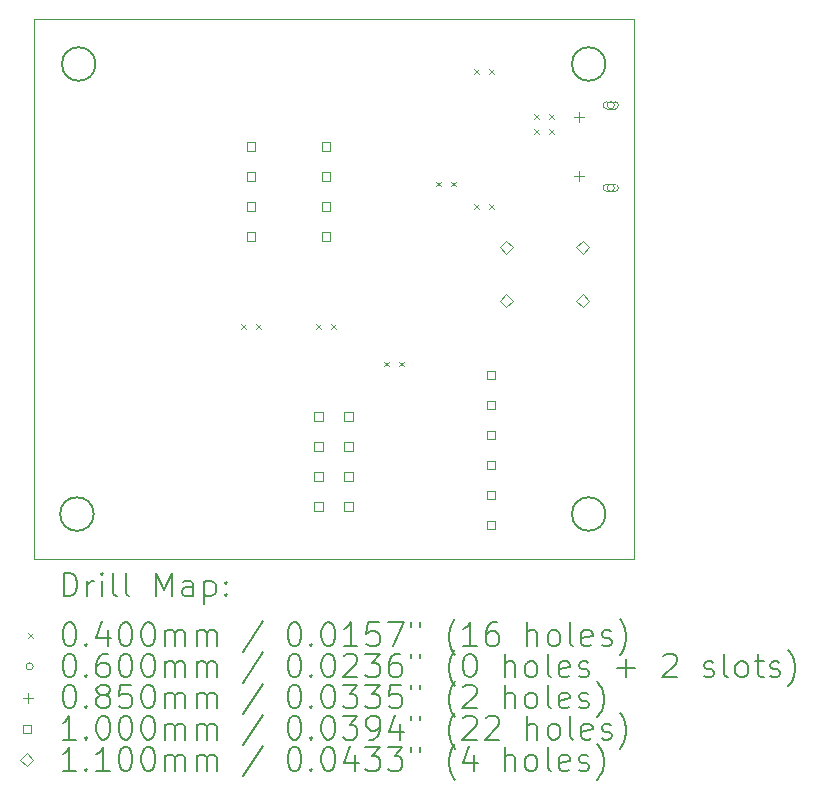
<source format=gbr>
%TF.GenerationSoftware,KiCad,Pcbnew,7.0.10-7.0.10~ubuntu22.04.1*%
%TF.CreationDate,2024-01-08T16:33:32+00:00*%
%TF.ProjectId,wifi_temp_sensor,77696669-5f74-4656-9d70-5f73656e736f,rev?*%
%TF.SameCoordinates,Original*%
%TF.FileFunction,Drillmap*%
%TF.FilePolarity,Positive*%
%FSLAX45Y45*%
G04 Gerber Fmt 4.5, Leading zero omitted, Abs format (unit mm)*
G04 Created by KiCad (PCBNEW 7.0.10-7.0.10~ubuntu22.04.1) date 2024-01-08 16:33:32*
%MOMM*%
%LPD*%
G01*
G04 APERTURE LIST*
%ADD10C,0.100000*%
%ADD11C,0.200000*%
%ADD12C,0.110000*%
G04 APERTURE END LIST*
D10*
X23431500Y-4794250D02*
X23431500Y-2476500D01*
D11*
X23192490Y-6667500D02*
G75*
G03*
X22908510Y-6667500I-141990J0D01*
G01*
X22908510Y-6667500D02*
G75*
G03*
X23192490Y-6667500I141990J0D01*
G01*
D10*
X18351500Y-7048500D02*
X23431500Y-7048500D01*
D11*
X23192490Y-2857500D02*
G75*
G03*
X22908510Y-2857500I-141990J0D01*
G01*
X22908510Y-2857500D02*
G75*
G03*
X23192490Y-2857500I141990J0D01*
G01*
X18874490Y-2857500D02*
G75*
G03*
X18590510Y-2857500I-141990J0D01*
G01*
X18590510Y-2857500D02*
G75*
G03*
X18874490Y-2857500I141990J0D01*
G01*
D10*
X23431500Y-7048500D02*
X23431500Y-4794250D01*
X23431500Y-2476500D02*
X18351500Y-2476500D01*
D11*
X18859500Y-6667500D02*
G75*
G03*
X18575519Y-6667500I-141990J0D01*
G01*
X18575519Y-6667500D02*
G75*
G03*
X18859500Y-6667500I141990J0D01*
G01*
D10*
X18351500Y-2476500D02*
X18351500Y-7048500D01*
D11*
D10*
X20109500Y-5060000D02*
X20149500Y-5100000D01*
X20149500Y-5060000D02*
X20109500Y-5100000D01*
X20236500Y-5060000D02*
X20276500Y-5100000D01*
X20276500Y-5060000D02*
X20236500Y-5100000D01*
X20744500Y-5060000D02*
X20784500Y-5100000D01*
X20784500Y-5060000D02*
X20744500Y-5100000D01*
X20871500Y-5060000D02*
X20911500Y-5100000D01*
X20911500Y-5060000D02*
X20871500Y-5100000D01*
X21316000Y-5377500D02*
X21356000Y-5417500D01*
X21356000Y-5377500D02*
X21316000Y-5417500D01*
X21443000Y-5377500D02*
X21483000Y-5417500D01*
X21483000Y-5377500D02*
X21443000Y-5417500D01*
X21760500Y-3853500D02*
X21800500Y-3893500D01*
X21800500Y-3853500D02*
X21760500Y-3893500D01*
X21887500Y-3853500D02*
X21927500Y-3893500D01*
X21927500Y-3853500D02*
X21887500Y-3893500D01*
X22078000Y-2901000D02*
X22118000Y-2941000D01*
X22118000Y-2901000D02*
X22078000Y-2941000D01*
X22078000Y-4044000D02*
X22118000Y-4084000D01*
X22118000Y-4044000D02*
X22078000Y-4084000D01*
X22205000Y-2901000D02*
X22245000Y-2941000D01*
X22245000Y-2901000D02*
X22205000Y-2941000D01*
X22205000Y-4044000D02*
X22245000Y-4084000D01*
X22245000Y-4044000D02*
X22205000Y-4084000D01*
X22586000Y-3282000D02*
X22626000Y-3322000D01*
X22626000Y-3282000D02*
X22586000Y-3322000D01*
X22586000Y-3409000D02*
X22626000Y-3449000D01*
X22626000Y-3409000D02*
X22586000Y-3449000D01*
X22713000Y-3282000D02*
X22753000Y-3322000D01*
X22753000Y-3282000D02*
X22713000Y-3322000D01*
X22713000Y-3409000D02*
X22753000Y-3449000D01*
X22753000Y-3409000D02*
X22713000Y-3449000D01*
X23267750Y-3206000D02*
G75*
G03*
X23207750Y-3206000I-30000J0D01*
G01*
X23207750Y-3206000D02*
G75*
G03*
X23267750Y-3206000I30000J0D01*
G01*
X23202750Y-3236000D02*
X23272750Y-3236000D01*
X23272750Y-3236000D02*
G75*
G03*
X23272750Y-3176000I0J30000D01*
G01*
X23272750Y-3176000D02*
X23202750Y-3176000D01*
X23202750Y-3176000D02*
G75*
G03*
X23202750Y-3236000I0J-30000D01*
G01*
X23267750Y-3906000D02*
G75*
G03*
X23207750Y-3906000I-30000J0D01*
G01*
X23207750Y-3906000D02*
G75*
G03*
X23267750Y-3906000I30000J0D01*
G01*
X23272750Y-3876000D02*
X23202750Y-3876000D01*
X23202750Y-3876000D02*
G75*
G03*
X23202750Y-3936000I0J-30000D01*
G01*
X23202750Y-3936000D02*
X23272750Y-3936000D01*
X23272750Y-3936000D02*
G75*
G03*
X23272750Y-3876000I0J30000D01*
G01*
X22967750Y-3263500D02*
X22967750Y-3348500D01*
X22925250Y-3306000D02*
X23010250Y-3306000D01*
X22967750Y-3763500D02*
X22967750Y-3848500D01*
X22925250Y-3806000D02*
X23010250Y-3806000D01*
X20228356Y-3591356D02*
X20228356Y-3520644D01*
X20157644Y-3520644D01*
X20157644Y-3591356D01*
X20228356Y-3591356D01*
X20228356Y-3845356D02*
X20228356Y-3774644D01*
X20157644Y-3774644D01*
X20157644Y-3845356D01*
X20228356Y-3845356D01*
X20228356Y-4099356D02*
X20228356Y-4028644D01*
X20157644Y-4028644D01*
X20157644Y-4099356D01*
X20228356Y-4099356D01*
X20228356Y-4353356D02*
X20228356Y-4282644D01*
X20157644Y-4282644D01*
X20157644Y-4353356D01*
X20228356Y-4353356D01*
X20799856Y-5876356D02*
X20799856Y-5805644D01*
X20729144Y-5805644D01*
X20729144Y-5876356D01*
X20799856Y-5876356D01*
X20799856Y-6130356D02*
X20799856Y-6059644D01*
X20729144Y-6059644D01*
X20729144Y-6130356D01*
X20799856Y-6130356D01*
X20799856Y-6384356D02*
X20799856Y-6313644D01*
X20729144Y-6313644D01*
X20729144Y-6384356D01*
X20799856Y-6384356D01*
X20799856Y-6638356D02*
X20799856Y-6567644D01*
X20729144Y-6567644D01*
X20729144Y-6638356D01*
X20799856Y-6638356D01*
X20863356Y-3591356D02*
X20863356Y-3520644D01*
X20792644Y-3520644D01*
X20792644Y-3591356D01*
X20863356Y-3591356D01*
X20863356Y-3845356D02*
X20863356Y-3774644D01*
X20792644Y-3774644D01*
X20792644Y-3845356D01*
X20863356Y-3845356D01*
X20863356Y-4099356D02*
X20863356Y-4028644D01*
X20792644Y-4028644D01*
X20792644Y-4099356D01*
X20863356Y-4099356D01*
X20863356Y-4353356D02*
X20863356Y-4282644D01*
X20792644Y-4282644D01*
X20792644Y-4353356D01*
X20863356Y-4353356D01*
X21053856Y-5876356D02*
X21053856Y-5805644D01*
X20983144Y-5805644D01*
X20983144Y-5876356D01*
X21053856Y-5876356D01*
X21053856Y-6130356D02*
X21053856Y-6059644D01*
X20983144Y-6059644D01*
X20983144Y-6130356D01*
X21053856Y-6130356D01*
X21053856Y-6384356D02*
X21053856Y-6313644D01*
X20983144Y-6313644D01*
X20983144Y-6384356D01*
X21053856Y-6384356D01*
X21053856Y-6638356D02*
X21053856Y-6567644D01*
X20983144Y-6567644D01*
X20983144Y-6638356D01*
X21053856Y-6638356D01*
X22260356Y-5528106D02*
X22260356Y-5457394D01*
X22189644Y-5457394D01*
X22189644Y-5528106D01*
X22260356Y-5528106D01*
X22260356Y-5782106D02*
X22260356Y-5711394D01*
X22189644Y-5711394D01*
X22189644Y-5782106D01*
X22260356Y-5782106D01*
X22260356Y-6036106D02*
X22260356Y-5965394D01*
X22189644Y-5965394D01*
X22189644Y-6036106D01*
X22260356Y-6036106D01*
X22260356Y-6290106D02*
X22260356Y-6219394D01*
X22189644Y-6219394D01*
X22189644Y-6290106D01*
X22260356Y-6290106D01*
X22260356Y-6544106D02*
X22260356Y-6473394D01*
X22189644Y-6473394D01*
X22189644Y-6544106D01*
X22260356Y-6544106D01*
X22260356Y-6798106D02*
X22260356Y-6727394D01*
X22189644Y-6727394D01*
X22189644Y-6798106D01*
X22260356Y-6798106D01*
D12*
X22352000Y-4465500D02*
X22407000Y-4410500D01*
X22352000Y-4355500D01*
X22297000Y-4410500D01*
X22352000Y-4465500D01*
X22352000Y-4915500D02*
X22407000Y-4860500D01*
X22352000Y-4805500D01*
X22297000Y-4860500D01*
X22352000Y-4915500D01*
X23002000Y-4465500D02*
X23057000Y-4410500D01*
X23002000Y-4355500D01*
X22947000Y-4410500D01*
X23002000Y-4465500D01*
X23002000Y-4915500D02*
X23057000Y-4860500D01*
X23002000Y-4805500D01*
X22947000Y-4860500D01*
X23002000Y-4915500D01*
D11*
X18607277Y-7364984D02*
X18607277Y-7164984D01*
X18607277Y-7164984D02*
X18654896Y-7164984D01*
X18654896Y-7164984D02*
X18683467Y-7174508D01*
X18683467Y-7174508D02*
X18702515Y-7193555D01*
X18702515Y-7193555D02*
X18712039Y-7212603D01*
X18712039Y-7212603D02*
X18721563Y-7250698D01*
X18721563Y-7250698D02*
X18721563Y-7279269D01*
X18721563Y-7279269D02*
X18712039Y-7317365D01*
X18712039Y-7317365D02*
X18702515Y-7336412D01*
X18702515Y-7336412D02*
X18683467Y-7355460D01*
X18683467Y-7355460D02*
X18654896Y-7364984D01*
X18654896Y-7364984D02*
X18607277Y-7364984D01*
X18807277Y-7364984D02*
X18807277Y-7231650D01*
X18807277Y-7269746D02*
X18816801Y-7250698D01*
X18816801Y-7250698D02*
X18826324Y-7241174D01*
X18826324Y-7241174D02*
X18845372Y-7231650D01*
X18845372Y-7231650D02*
X18864420Y-7231650D01*
X18931086Y-7364984D02*
X18931086Y-7231650D01*
X18931086Y-7164984D02*
X18921563Y-7174508D01*
X18921563Y-7174508D02*
X18931086Y-7184031D01*
X18931086Y-7184031D02*
X18940610Y-7174508D01*
X18940610Y-7174508D02*
X18931086Y-7164984D01*
X18931086Y-7164984D02*
X18931086Y-7184031D01*
X19054896Y-7364984D02*
X19035848Y-7355460D01*
X19035848Y-7355460D02*
X19026324Y-7336412D01*
X19026324Y-7336412D02*
X19026324Y-7164984D01*
X19159658Y-7364984D02*
X19140610Y-7355460D01*
X19140610Y-7355460D02*
X19131086Y-7336412D01*
X19131086Y-7336412D02*
X19131086Y-7164984D01*
X19388229Y-7364984D02*
X19388229Y-7164984D01*
X19388229Y-7164984D02*
X19454896Y-7307841D01*
X19454896Y-7307841D02*
X19521563Y-7164984D01*
X19521563Y-7164984D02*
X19521563Y-7364984D01*
X19702515Y-7364984D02*
X19702515Y-7260222D01*
X19702515Y-7260222D02*
X19692991Y-7241174D01*
X19692991Y-7241174D02*
X19673944Y-7231650D01*
X19673944Y-7231650D02*
X19635848Y-7231650D01*
X19635848Y-7231650D02*
X19616801Y-7241174D01*
X19702515Y-7355460D02*
X19683467Y-7364984D01*
X19683467Y-7364984D02*
X19635848Y-7364984D01*
X19635848Y-7364984D02*
X19616801Y-7355460D01*
X19616801Y-7355460D02*
X19607277Y-7336412D01*
X19607277Y-7336412D02*
X19607277Y-7317365D01*
X19607277Y-7317365D02*
X19616801Y-7298317D01*
X19616801Y-7298317D02*
X19635848Y-7288793D01*
X19635848Y-7288793D02*
X19683467Y-7288793D01*
X19683467Y-7288793D02*
X19702515Y-7279269D01*
X19797753Y-7231650D02*
X19797753Y-7431650D01*
X19797753Y-7241174D02*
X19816801Y-7231650D01*
X19816801Y-7231650D02*
X19854896Y-7231650D01*
X19854896Y-7231650D02*
X19873944Y-7241174D01*
X19873944Y-7241174D02*
X19883467Y-7250698D01*
X19883467Y-7250698D02*
X19892991Y-7269746D01*
X19892991Y-7269746D02*
X19892991Y-7326888D01*
X19892991Y-7326888D02*
X19883467Y-7345936D01*
X19883467Y-7345936D02*
X19873944Y-7355460D01*
X19873944Y-7355460D02*
X19854896Y-7364984D01*
X19854896Y-7364984D02*
X19816801Y-7364984D01*
X19816801Y-7364984D02*
X19797753Y-7355460D01*
X19978705Y-7345936D02*
X19988229Y-7355460D01*
X19988229Y-7355460D02*
X19978705Y-7364984D01*
X19978705Y-7364984D02*
X19969182Y-7355460D01*
X19969182Y-7355460D02*
X19978705Y-7345936D01*
X19978705Y-7345936D02*
X19978705Y-7364984D01*
X19978705Y-7241174D02*
X19988229Y-7250698D01*
X19988229Y-7250698D02*
X19978705Y-7260222D01*
X19978705Y-7260222D02*
X19969182Y-7250698D01*
X19969182Y-7250698D02*
X19978705Y-7241174D01*
X19978705Y-7241174D02*
X19978705Y-7260222D01*
D10*
X18306500Y-7673500D02*
X18346500Y-7713500D01*
X18346500Y-7673500D02*
X18306500Y-7713500D01*
D11*
X18645372Y-7584984D02*
X18664420Y-7584984D01*
X18664420Y-7584984D02*
X18683467Y-7594508D01*
X18683467Y-7594508D02*
X18692991Y-7604031D01*
X18692991Y-7604031D02*
X18702515Y-7623079D01*
X18702515Y-7623079D02*
X18712039Y-7661174D01*
X18712039Y-7661174D02*
X18712039Y-7708793D01*
X18712039Y-7708793D02*
X18702515Y-7746888D01*
X18702515Y-7746888D02*
X18692991Y-7765936D01*
X18692991Y-7765936D02*
X18683467Y-7775460D01*
X18683467Y-7775460D02*
X18664420Y-7784984D01*
X18664420Y-7784984D02*
X18645372Y-7784984D01*
X18645372Y-7784984D02*
X18626324Y-7775460D01*
X18626324Y-7775460D02*
X18616801Y-7765936D01*
X18616801Y-7765936D02*
X18607277Y-7746888D01*
X18607277Y-7746888D02*
X18597753Y-7708793D01*
X18597753Y-7708793D02*
X18597753Y-7661174D01*
X18597753Y-7661174D02*
X18607277Y-7623079D01*
X18607277Y-7623079D02*
X18616801Y-7604031D01*
X18616801Y-7604031D02*
X18626324Y-7594508D01*
X18626324Y-7594508D02*
X18645372Y-7584984D01*
X18797753Y-7765936D02*
X18807277Y-7775460D01*
X18807277Y-7775460D02*
X18797753Y-7784984D01*
X18797753Y-7784984D02*
X18788229Y-7775460D01*
X18788229Y-7775460D02*
X18797753Y-7765936D01*
X18797753Y-7765936D02*
X18797753Y-7784984D01*
X18978705Y-7651650D02*
X18978705Y-7784984D01*
X18931086Y-7575460D02*
X18883467Y-7718317D01*
X18883467Y-7718317D02*
X19007277Y-7718317D01*
X19121563Y-7584984D02*
X19140610Y-7584984D01*
X19140610Y-7584984D02*
X19159658Y-7594508D01*
X19159658Y-7594508D02*
X19169182Y-7604031D01*
X19169182Y-7604031D02*
X19178705Y-7623079D01*
X19178705Y-7623079D02*
X19188229Y-7661174D01*
X19188229Y-7661174D02*
X19188229Y-7708793D01*
X19188229Y-7708793D02*
X19178705Y-7746888D01*
X19178705Y-7746888D02*
X19169182Y-7765936D01*
X19169182Y-7765936D02*
X19159658Y-7775460D01*
X19159658Y-7775460D02*
X19140610Y-7784984D01*
X19140610Y-7784984D02*
X19121563Y-7784984D01*
X19121563Y-7784984D02*
X19102515Y-7775460D01*
X19102515Y-7775460D02*
X19092991Y-7765936D01*
X19092991Y-7765936D02*
X19083467Y-7746888D01*
X19083467Y-7746888D02*
X19073944Y-7708793D01*
X19073944Y-7708793D02*
X19073944Y-7661174D01*
X19073944Y-7661174D02*
X19083467Y-7623079D01*
X19083467Y-7623079D02*
X19092991Y-7604031D01*
X19092991Y-7604031D02*
X19102515Y-7594508D01*
X19102515Y-7594508D02*
X19121563Y-7584984D01*
X19312039Y-7584984D02*
X19331086Y-7584984D01*
X19331086Y-7584984D02*
X19350134Y-7594508D01*
X19350134Y-7594508D02*
X19359658Y-7604031D01*
X19359658Y-7604031D02*
X19369182Y-7623079D01*
X19369182Y-7623079D02*
X19378705Y-7661174D01*
X19378705Y-7661174D02*
X19378705Y-7708793D01*
X19378705Y-7708793D02*
X19369182Y-7746888D01*
X19369182Y-7746888D02*
X19359658Y-7765936D01*
X19359658Y-7765936D02*
X19350134Y-7775460D01*
X19350134Y-7775460D02*
X19331086Y-7784984D01*
X19331086Y-7784984D02*
X19312039Y-7784984D01*
X19312039Y-7784984D02*
X19292991Y-7775460D01*
X19292991Y-7775460D02*
X19283467Y-7765936D01*
X19283467Y-7765936D02*
X19273944Y-7746888D01*
X19273944Y-7746888D02*
X19264420Y-7708793D01*
X19264420Y-7708793D02*
X19264420Y-7661174D01*
X19264420Y-7661174D02*
X19273944Y-7623079D01*
X19273944Y-7623079D02*
X19283467Y-7604031D01*
X19283467Y-7604031D02*
X19292991Y-7594508D01*
X19292991Y-7594508D02*
X19312039Y-7584984D01*
X19464420Y-7784984D02*
X19464420Y-7651650D01*
X19464420Y-7670698D02*
X19473944Y-7661174D01*
X19473944Y-7661174D02*
X19492991Y-7651650D01*
X19492991Y-7651650D02*
X19521563Y-7651650D01*
X19521563Y-7651650D02*
X19540610Y-7661174D01*
X19540610Y-7661174D02*
X19550134Y-7680222D01*
X19550134Y-7680222D02*
X19550134Y-7784984D01*
X19550134Y-7680222D02*
X19559658Y-7661174D01*
X19559658Y-7661174D02*
X19578705Y-7651650D01*
X19578705Y-7651650D02*
X19607277Y-7651650D01*
X19607277Y-7651650D02*
X19626325Y-7661174D01*
X19626325Y-7661174D02*
X19635848Y-7680222D01*
X19635848Y-7680222D02*
X19635848Y-7784984D01*
X19731086Y-7784984D02*
X19731086Y-7651650D01*
X19731086Y-7670698D02*
X19740610Y-7661174D01*
X19740610Y-7661174D02*
X19759658Y-7651650D01*
X19759658Y-7651650D02*
X19788229Y-7651650D01*
X19788229Y-7651650D02*
X19807277Y-7661174D01*
X19807277Y-7661174D02*
X19816801Y-7680222D01*
X19816801Y-7680222D02*
X19816801Y-7784984D01*
X19816801Y-7680222D02*
X19826325Y-7661174D01*
X19826325Y-7661174D02*
X19845372Y-7651650D01*
X19845372Y-7651650D02*
X19873944Y-7651650D01*
X19873944Y-7651650D02*
X19892991Y-7661174D01*
X19892991Y-7661174D02*
X19902515Y-7680222D01*
X19902515Y-7680222D02*
X19902515Y-7784984D01*
X20292991Y-7575460D02*
X20121563Y-7832603D01*
X20550134Y-7584984D02*
X20569182Y-7584984D01*
X20569182Y-7584984D02*
X20588229Y-7594508D01*
X20588229Y-7594508D02*
X20597753Y-7604031D01*
X20597753Y-7604031D02*
X20607277Y-7623079D01*
X20607277Y-7623079D02*
X20616801Y-7661174D01*
X20616801Y-7661174D02*
X20616801Y-7708793D01*
X20616801Y-7708793D02*
X20607277Y-7746888D01*
X20607277Y-7746888D02*
X20597753Y-7765936D01*
X20597753Y-7765936D02*
X20588229Y-7775460D01*
X20588229Y-7775460D02*
X20569182Y-7784984D01*
X20569182Y-7784984D02*
X20550134Y-7784984D01*
X20550134Y-7784984D02*
X20531087Y-7775460D01*
X20531087Y-7775460D02*
X20521563Y-7765936D01*
X20521563Y-7765936D02*
X20512039Y-7746888D01*
X20512039Y-7746888D02*
X20502515Y-7708793D01*
X20502515Y-7708793D02*
X20502515Y-7661174D01*
X20502515Y-7661174D02*
X20512039Y-7623079D01*
X20512039Y-7623079D02*
X20521563Y-7604031D01*
X20521563Y-7604031D02*
X20531087Y-7594508D01*
X20531087Y-7594508D02*
X20550134Y-7584984D01*
X20702515Y-7765936D02*
X20712039Y-7775460D01*
X20712039Y-7775460D02*
X20702515Y-7784984D01*
X20702515Y-7784984D02*
X20692991Y-7775460D01*
X20692991Y-7775460D02*
X20702515Y-7765936D01*
X20702515Y-7765936D02*
X20702515Y-7784984D01*
X20835848Y-7584984D02*
X20854896Y-7584984D01*
X20854896Y-7584984D02*
X20873944Y-7594508D01*
X20873944Y-7594508D02*
X20883468Y-7604031D01*
X20883468Y-7604031D02*
X20892991Y-7623079D01*
X20892991Y-7623079D02*
X20902515Y-7661174D01*
X20902515Y-7661174D02*
X20902515Y-7708793D01*
X20902515Y-7708793D02*
X20892991Y-7746888D01*
X20892991Y-7746888D02*
X20883468Y-7765936D01*
X20883468Y-7765936D02*
X20873944Y-7775460D01*
X20873944Y-7775460D02*
X20854896Y-7784984D01*
X20854896Y-7784984D02*
X20835848Y-7784984D01*
X20835848Y-7784984D02*
X20816801Y-7775460D01*
X20816801Y-7775460D02*
X20807277Y-7765936D01*
X20807277Y-7765936D02*
X20797753Y-7746888D01*
X20797753Y-7746888D02*
X20788229Y-7708793D01*
X20788229Y-7708793D02*
X20788229Y-7661174D01*
X20788229Y-7661174D02*
X20797753Y-7623079D01*
X20797753Y-7623079D02*
X20807277Y-7604031D01*
X20807277Y-7604031D02*
X20816801Y-7594508D01*
X20816801Y-7594508D02*
X20835848Y-7584984D01*
X21092991Y-7784984D02*
X20978706Y-7784984D01*
X21035848Y-7784984D02*
X21035848Y-7584984D01*
X21035848Y-7584984D02*
X21016801Y-7613555D01*
X21016801Y-7613555D02*
X20997753Y-7632603D01*
X20997753Y-7632603D02*
X20978706Y-7642127D01*
X21273944Y-7584984D02*
X21178706Y-7584984D01*
X21178706Y-7584984D02*
X21169182Y-7680222D01*
X21169182Y-7680222D02*
X21178706Y-7670698D01*
X21178706Y-7670698D02*
X21197753Y-7661174D01*
X21197753Y-7661174D02*
X21245372Y-7661174D01*
X21245372Y-7661174D02*
X21264420Y-7670698D01*
X21264420Y-7670698D02*
X21273944Y-7680222D01*
X21273944Y-7680222D02*
X21283468Y-7699269D01*
X21283468Y-7699269D02*
X21283468Y-7746888D01*
X21283468Y-7746888D02*
X21273944Y-7765936D01*
X21273944Y-7765936D02*
X21264420Y-7775460D01*
X21264420Y-7775460D02*
X21245372Y-7784984D01*
X21245372Y-7784984D02*
X21197753Y-7784984D01*
X21197753Y-7784984D02*
X21178706Y-7775460D01*
X21178706Y-7775460D02*
X21169182Y-7765936D01*
X21350134Y-7584984D02*
X21483468Y-7584984D01*
X21483468Y-7584984D02*
X21397753Y-7784984D01*
X21550134Y-7584984D02*
X21550134Y-7623079D01*
X21626325Y-7584984D02*
X21626325Y-7623079D01*
X21921563Y-7861174D02*
X21912039Y-7851650D01*
X21912039Y-7851650D02*
X21892991Y-7823079D01*
X21892991Y-7823079D02*
X21883468Y-7804031D01*
X21883468Y-7804031D02*
X21873944Y-7775460D01*
X21873944Y-7775460D02*
X21864420Y-7727841D01*
X21864420Y-7727841D02*
X21864420Y-7689746D01*
X21864420Y-7689746D02*
X21873944Y-7642127D01*
X21873944Y-7642127D02*
X21883468Y-7613555D01*
X21883468Y-7613555D02*
X21892991Y-7594508D01*
X21892991Y-7594508D02*
X21912039Y-7565936D01*
X21912039Y-7565936D02*
X21921563Y-7556412D01*
X22102515Y-7784984D02*
X21988230Y-7784984D01*
X22045372Y-7784984D02*
X22045372Y-7584984D01*
X22045372Y-7584984D02*
X22026325Y-7613555D01*
X22026325Y-7613555D02*
X22007277Y-7632603D01*
X22007277Y-7632603D02*
X21988230Y-7642127D01*
X22273944Y-7584984D02*
X22235849Y-7584984D01*
X22235849Y-7584984D02*
X22216801Y-7594508D01*
X22216801Y-7594508D02*
X22207277Y-7604031D01*
X22207277Y-7604031D02*
X22188230Y-7632603D01*
X22188230Y-7632603D02*
X22178706Y-7670698D01*
X22178706Y-7670698D02*
X22178706Y-7746888D01*
X22178706Y-7746888D02*
X22188230Y-7765936D01*
X22188230Y-7765936D02*
X22197753Y-7775460D01*
X22197753Y-7775460D02*
X22216801Y-7784984D01*
X22216801Y-7784984D02*
X22254896Y-7784984D01*
X22254896Y-7784984D02*
X22273944Y-7775460D01*
X22273944Y-7775460D02*
X22283468Y-7765936D01*
X22283468Y-7765936D02*
X22292991Y-7746888D01*
X22292991Y-7746888D02*
X22292991Y-7699269D01*
X22292991Y-7699269D02*
X22283468Y-7680222D01*
X22283468Y-7680222D02*
X22273944Y-7670698D01*
X22273944Y-7670698D02*
X22254896Y-7661174D01*
X22254896Y-7661174D02*
X22216801Y-7661174D01*
X22216801Y-7661174D02*
X22197753Y-7670698D01*
X22197753Y-7670698D02*
X22188230Y-7680222D01*
X22188230Y-7680222D02*
X22178706Y-7699269D01*
X22531087Y-7784984D02*
X22531087Y-7584984D01*
X22616801Y-7784984D02*
X22616801Y-7680222D01*
X22616801Y-7680222D02*
X22607277Y-7661174D01*
X22607277Y-7661174D02*
X22588230Y-7651650D01*
X22588230Y-7651650D02*
X22559658Y-7651650D01*
X22559658Y-7651650D02*
X22540610Y-7661174D01*
X22540610Y-7661174D02*
X22531087Y-7670698D01*
X22740610Y-7784984D02*
X22721563Y-7775460D01*
X22721563Y-7775460D02*
X22712039Y-7765936D01*
X22712039Y-7765936D02*
X22702515Y-7746888D01*
X22702515Y-7746888D02*
X22702515Y-7689746D01*
X22702515Y-7689746D02*
X22712039Y-7670698D01*
X22712039Y-7670698D02*
X22721563Y-7661174D01*
X22721563Y-7661174D02*
X22740610Y-7651650D01*
X22740610Y-7651650D02*
X22769182Y-7651650D01*
X22769182Y-7651650D02*
X22788230Y-7661174D01*
X22788230Y-7661174D02*
X22797753Y-7670698D01*
X22797753Y-7670698D02*
X22807277Y-7689746D01*
X22807277Y-7689746D02*
X22807277Y-7746888D01*
X22807277Y-7746888D02*
X22797753Y-7765936D01*
X22797753Y-7765936D02*
X22788230Y-7775460D01*
X22788230Y-7775460D02*
X22769182Y-7784984D01*
X22769182Y-7784984D02*
X22740610Y-7784984D01*
X22921563Y-7784984D02*
X22902515Y-7775460D01*
X22902515Y-7775460D02*
X22892991Y-7756412D01*
X22892991Y-7756412D02*
X22892991Y-7584984D01*
X23073944Y-7775460D02*
X23054896Y-7784984D01*
X23054896Y-7784984D02*
X23016801Y-7784984D01*
X23016801Y-7784984D02*
X22997753Y-7775460D01*
X22997753Y-7775460D02*
X22988230Y-7756412D01*
X22988230Y-7756412D02*
X22988230Y-7680222D01*
X22988230Y-7680222D02*
X22997753Y-7661174D01*
X22997753Y-7661174D02*
X23016801Y-7651650D01*
X23016801Y-7651650D02*
X23054896Y-7651650D01*
X23054896Y-7651650D02*
X23073944Y-7661174D01*
X23073944Y-7661174D02*
X23083468Y-7680222D01*
X23083468Y-7680222D02*
X23083468Y-7699269D01*
X23083468Y-7699269D02*
X22988230Y-7718317D01*
X23159658Y-7775460D02*
X23178706Y-7784984D01*
X23178706Y-7784984D02*
X23216801Y-7784984D01*
X23216801Y-7784984D02*
X23235849Y-7775460D01*
X23235849Y-7775460D02*
X23245372Y-7756412D01*
X23245372Y-7756412D02*
X23245372Y-7746888D01*
X23245372Y-7746888D02*
X23235849Y-7727841D01*
X23235849Y-7727841D02*
X23216801Y-7718317D01*
X23216801Y-7718317D02*
X23188230Y-7718317D01*
X23188230Y-7718317D02*
X23169182Y-7708793D01*
X23169182Y-7708793D02*
X23159658Y-7689746D01*
X23159658Y-7689746D02*
X23159658Y-7680222D01*
X23159658Y-7680222D02*
X23169182Y-7661174D01*
X23169182Y-7661174D02*
X23188230Y-7651650D01*
X23188230Y-7651650D02*
X23216801Y-7651650D01*
X23216801Y-7651650D02*
X23235849Y-7661174D01*
X23312039Y-7861174D02*
X23321563Y-7851650D01*
X23321563Y-7851650D02*
X23340611Y-7823079D01*
X23340611Y-7823079D02*
X23350134Y-7804031D01*
X23350134Y-7804031D02*
X23359658Y-7775460D01*
X23359658Y-7775460D02*
X23369182Y-7727841D01*
X23369182Y-7727841D02*
X23369182Y-7689746D01*
X23369182Y-7689746D02*
X23359658Y-7642127D01*
X23359658Y-7642127D02*
X23350134Y-7613555D01*
X23350134Y-7613555D02*
X23340611Y-7594508D01*
X23340611Y-7594508D02*
X23321563Y-7565936D01*
X23321563Y-7565936D02*
X23312039Y-7556412D01*
D10*
X18346500Y-7957500D02*
G75*
G03*
X18286500Y-7957500I-30000J0D01*
G01*
X18286500Y-7957500D02*
G75*
G03*
X18346500Y-7957500I30000J0D01*
G01*
D11*
X18645372Y-7848984D02*
X18664420Y-7848984D01*
X18664420Y-7848984D02*
X18683467Y-7858508D01*
X18683467Y-7858508D02*
X18692991Y-7868031D01*
X18692991Y-7868031D02*
X18702515Y-7887079D01*
X18702515Y-7887079D02*
X18712039Y-7925174D01*
X18712039Y-7925174D02*
X18712039Y-7972793D01*
X18712039Y-7972793D02*
X18702515Y-8010888D01*
X18702515Y-8010888D02*
X18692991Y-8029936D01*
X18692991Y-8029936D02*
X18683467Y-8039460D01*
X18683467Y-8039460D02*
X18664420Y-8048984D01*
X18664420Y-8048984D02*
X18645372Y-8048984D01*
X18645372Y-8048984D02*
X18626324Y-8039460D01*
X18626324Y-8039460D02*
X18616801Y-8029936D01*
X18616801Y-8029936D02*
X18607277Y-8010888D01*
X18607277Y-8010888D02*
X18597753Y-7972793D01*
X18597753Y-7972793D02*
X18597753Y-7925174D01*
X18597753Y-7925174D02*
X18607277Y-7887079D01*
X18607277Y-7887079D02*
X18616801Y-7868031D01*
X18616801Y-7868031D02*
X18626324Y-7858508D01*
X18626324Y-7858508D02*
X18645372Y-7848984D01*
X18797753Y-8029936D02*
X18807277Y-8039460D01*
X18807277Y-8039460D02*
X18797753Y-8048984D01*
X18797753Y-8048984D02*
X18788229Y-8039460D01*
X18788229Y-8039460D02*
X18797753Y-8029936D01*
X18797753Y-8029936D02*
X18797753Y-8048984D01*
X18978705Y-7848984D02*
X18940610Y-7848984D01*
X18940610Y-7848984D02*
X18921563Y-7858508D01*
X18921563Y-7858508D02*
X18912039Y-7868031D01*
X18912039Y-7868031D02*
X18892991Y-7896603D01*
X18892991Y-7896603D02*
X18883467Y-7934698D01*
X18883467Y-7934698D02*
X18883467Y-8010888D01*
X18883467Y-8010888D02*
X18892991Y-8029936D01*
X18892991Y-8029936D02*
X18902515Y-8039460D01*
X18902515Y-8039460D02*
X18921563Y-8048984D01*
X18921563Y-8048984D02*
X18959658Y-8048984D01*
X18959658Y-8048984D02*
X18978705Y-8039460D01*
X18978705Y-8039460D02*
X18988229Y-8029936D01*
X18988229Y-8029936D02*
X18997753Y-8010888D01*
X18997753Y-8010888D02*
X18997753Y-7963269D01*
X18997753Y-7963269D02*
X18988229Y-7944222D01*
X18988229Y-7944222D02*
X18978705Y-7934698D01*
X18978705Y-7934698D02*
X18959658Y-7925174D01*
X18959658Y-7925174D02*
X18921563Y-7925174D01*
X18921563Y-7925174D02*
X18902515Y-7934698D01*
X18902515Y-7934698D02*
X18892991Y-7944222D01*
X18892991Y-7944222D02*
X18883467Y-7963269D01*
X19121563Y-7848984D02*
X19140610Y-7848984D01*
X19140610Y-7848984D02*
X19159658Y-7858508D01*
X19159658Y-7858508D02*
X19169182Y-7868031D01*
X19169182Y-7868031D02*
X19178705Y-7887079D01*
X19178705Y-7887079D02*
X19188229Y-7925174D01*
X19188229Y-7925174D02*
X19188229Y-7972793D01*
X19188229Y-7972793D02*
X19178705Y-8010888D01*
X19178705Y-8010888D02*
X19169182Y-8029936D01*
X19169182Y-8029936D02*
X19159658Y-8039460D01*
X19159658Y-8039460D02*
X19140610Y-8048984D01*
X19140610Y-8048984D02*
X19121563Y-8048984D01*
X19121563Y-8048984D02*
X19102515Y-8039460D01*
X19102515Y-8039460D02*
X19092991Y-8029936D01*
X19092991Y-8029936D02*
X19083467Y-8010888D01*
X19083467Y-8010888D02*
X19073944Y-7972793D01*
X19073944Y-7972793D02*
X19073944Y-7925174D01*
X19073944Y-7925174D02*
X19083467Y-7887079D01*
X19083467Y-7887079D02*
X19092991Y-7868031D01*
X19092991Y-7868031D02*
X19102515Y-7858508D01*
X19102515Y-7858508D02*
X19121563Y-7848984D01*
X19312039Y-7848984D02*
X19331086Y-7848984D01*
X19331086Y-7848984D02*
X19350134Y-7858508D01*
X19350134Y-7858508D02*
X19359658Y-7868031D01*
X19359658Y-7868031D02*
X19369182Y-7887079D01*
X19369182Y-7887079D02*
X19378705Y-7925174D01*
X19378705Y-7925174D02*
X19378705Y-7972793D01*
X19378705Y-7972793D02*
X19369182Y-8010888D01*
X19369182Y-8010888D02*
X19359658Y-8029936D01*
X19359658Y-8029936D02*
X19350134Y-8039460D01*
X19350134Y-8039460D02*
X19331086Y-8048984D01*
X19331086Y-8048984D02*
X19312039Y-8048984D01*
X19312039Y-8048984D02*
X19292991Y-8039460D01*
X19292991Y-8039460D02*
X19283467Y-8029936D01*
X19283467Y-8029936D02*
X19273944Y-8010888D01*
X19273944Y-8010888D02*
X19264420Y-7972793D01*
X19264420Y-7972793D02*
X19264420Y-7925174D01*
X19264420Y-7925174D02*
X19273944Y-7887079D01*
X19273944Y-7887079D02*
X19283467Y-7868031D01*
X19283467Y-7868031D02*
X19292991Y-7858508D01*
X19292991Y-7858508D02*
X19312039Y-7848984D01*
X19464420Y-8048984D02*
X19464420Y-7915650D01*
X19464420Y-7934698D02*
X19473944Y-7925174D01*
X19473944Y-7925174D02*
X19492991Y-7915650D01*
X19492991Y-7915650D02*
X19521563Y-7915650D01*
X19521563Y-7915650D02*
X19540610Y-7925174D01*
X19540610Y-7925174D02*
X19550134Y-7944222D01*
X19550134Y-7944222D02*
X19550134Y-8048984D01*
X19550134Y-7944222D02*
X19559658Y-7925174D01*
X19559658Y-7925174D02*
X19578705Y-7915650D01*
X19578705Y-7915650D02*
X19607277Y-7915650D01*
X19607277Y-7915650D02*
X19626325Y-7925174D01*
X19626325Y-7925174D02*
X19635848Y-7944222D01*
X19635848Y-7944222D02*
X19635848Y-8048984D01*
X19731086Y-8048984D02*
X19731086Y-7915650D01*
X19731086Y-7934698D02*
X19740610Y-7925174D01*
X19740610Y-7925174D02*
X19759658Y-7915650D01*
X19759658Y-7915650D02*
X19788229Y-7915650D01*
X19788229Y-7915650D02*
X19807277Y-7925174D01*
X19807277Y-7925174D02*
X19816801Y-7944222D01*
X19816801Y-7944222D02*
X19816801Y-8048984D01*
X19816801Y-7944222D02*
X19826325Y-7925174D01*
X19826325Y-7925174D02*
X19845372Y-7915650D01*
X19845372Y-7915650D02*
X19873944Y-7915650D01*
X19873944Y-7915650D02*
X19892991Y-7925174D01*
X19892991Y-7925174D02*
X19902515Y-7944222D01*
X19902515Y-7944222D02*
X19902515Y-8048984D01*
X20292991Y-7839460D02*
X20121563Y-8096603D01*
X20550134Y-7848984D02*
X20569182Y-7848984D01*
X20569182Y-7848984D02*
X20588229Y-7858508D01*
X20588229Y-7858508D02*
X20597753Y-7868031D01*
X20597753Y-7868031D02*
X20607277Y-7887079D01*
X20607277Y-7887079D02*
X20616801Y-7925174D01*
X20616801Y-7925174D02*
X20616801Y-7972793D01*
X20616801Y-7972793D02*
X20607277Y-8010888D01*
X20607277Y-8010888D02*
X20597753Y-8029936D01*
X20597753Y-8029936D02*
X20588229Y-8039460D01*
X20588229Y-8039460D02*
X20569182Y-8048984D01*
X20569182Y-8048984D02*
X20550134Y-8048984D01*
X20550134Y-8048984D02*
X20531087Y-8039460D01*
X20531087Y-8039460D02*
X20521563Y-8029936D01*
X20521563Y-8029936D02*
X20512039Y-8010888D01*
X20512039Y-8010888D02*
X20502515Y-7972793D01*
X20502515Y-7972793D02*
X20502515Y-7925174D01*
X20502515Y-7925174D02*
X20512039Y-7887079D01*
X20512039Y-7887079D02*
X20521563Y-7868031D01*
X20521563Y-7868031D02*
X20531087Y-7858508D01*
X20531087Y-7858508D02*
X20550134Y-7848984D01*
X20702515Y-8029936D02*
X20712039Y-8039460D01*
X20712039Y-8039460D02*
X20702515Y-8048984D01*
X20702515Y-8048984D02*
X20692991Y-8039460D01*
X20692991Y-8039460D02*
X20702515Y-8029936D01*
X20702515Y-8029936D02*
X20702515Y-8048984D01*
X20835848Y-7848984D02*
X20854896Y-7848984D01*
X20854896Y-7848984D02*
X20873944Y-7858508D01*
X20873944Y-7858508D02*
X20883468Y-7868031D01*
X20883468Y-7868031D02*
X20892991Y-7887079D01*
X20892991Y-7887079D02*
X20902515Y-7925174D01*
X20902515Y-7925174D02*
X20902515Y-7972793D01*
X20902515Y-7972793D02*
X20892991Y-8010888D01*
X20892991Y-8010888D02*
X20883468Y-8029936D01*
X20883468Y-8029936D02*
X20873944Y-8039460D01*
X20873944Y-8039460D02*
X20854896Y-8048984D01*
X20854896Y-8048984D02*
X20835848Y-8048984D01*
X20835848Y-8048984D02*
X20816801Y-8039460D01*
X20816801Y-8039460D02*
X20807277Y-8029936D01*
X20807277Y-8029936D02*
X20797753Y-8010888D01*
X20797753Y-8010888D02*
X20788229Y-7972793D01*
X20788229Y-7972793D02*
X20788229Y-7925174D01*
X20788229Y-7925174D02*
X20797753Y-7887079D01*
X20797753Y-7887079D02*
X20807277Y-7868031D01*
X20807277Y-7868031D02*
X20816801Y-7858508D01*
X20816801Y-7858508D02*
X20835848Y-7848984D01*
X20978706Y-7868031D02*
X20988229Y-7858508D01*
X20988229Y-7858508D02*
X21007277Y-7848984D01*
X21007277Y-7848984D02*
X21054896Y-7848984D01*
X21054896Y-7848984D02*
X21073944Y-7858508D01*
X21073944Y-7858508D02*
X21083468Y-7868031D01*
X21083468Y-7868031D02*
X21092991Y-7887079D01*
X21092991Y-7887079D02*
X21092991Y-7906127D01*
X21092991Y-7906127D02*
X21083468Y-7934698D01*
X21083468Y-7934698D02*
X20969182Y-8048984D01*
X20969182Y-8048984D02*
X21092991Y-8048984D01*
X21159658Y-7848984D02*
X21283468Y-7848984D01*
X21283468Y-7848984D02*
X21216801Y-7925174D01*
X21216801Y-7925174D02*
X21245372Y-7925174D01*
X21245372Y-7925174D02*
X21264420Y-7934698D01*
X21264420Y-7934698D02*
X21273944Y-7944222D01*
X21273944Y-7944222D02*
X21283468Y-7963269D01*
X21283468Y-7963269D02*
X21283468Y-8010888D01*
X21283468Y-8010888D02*
X21273944Y-8029936D01*
X21273944Y-8029936D02*
X21264420Y-8039460D01*
X21264420Y-8039460D02*
X21245372Y-8048984D01*
X21245372Y-8048984D02*
X21188229Y-8048984D01*
X21188229Y-8048984D02*
X21169182Y-8039460D01*
X21169182Y-8039460D02*
X21159658Y-8029936D01*
X21454896Y-7848984D02*
X21416801Y-7848984D01*
X21416801Y-7848984D02*
X21397753Y-7858508D01*
X21397753Y-7858508D02*
X21388229Y-7868031D01*
X21388229Y-7868031D02*
X21369182Y-7896603D01*
X21369182Y-7896603D02*
X21359658Y-7934698D01*
X21359658Y-7934698D02*
X21359658Y-8010888D01*
X21359658Y-8010888D02*
X21369182Y-8029936D01*
X21369182Y-8029936D02*
X21378706Y-8039460D01*
X21378706Y-8039460D02*
X21397753Y-8048984D01*
X21397753Y-8048984D02*
X21435849Y-8048984D01*
X21435849Y-8048984D02*
X21454896Y-8039460D01*
X21454896Y-8039460D02*
X21464420Y-8029936D01*
X21464420Y-8029936D02*
X21473944Y-8010888D01*
X21473944Y-8010888D02*
X21473944Y-7963269D01*
X21473944Y-7963269D02*
X21464420Y-7944222D01*
X21464420Y-7944222D02*
X21454896Y-7934698D01*
X21454896Y-7934698D02*
X21435849Y-7925174D01*
X21435849Y-7925174D02*
X21397753Y-7925174D01*
X21397753Y-7925174D02*
X21378706Y-7934698D01*
X21378706Y-7934698D02*
X21369182Y-7944222D01*
X21369182Y-7944222D02*
X21359658Y-7963269D01*
X21550134Y-7848984D02*
X21550134Y-7887079D01*
X21626325Y-7848984D02*
X21626325Y-7887079D01*
X21921563Y-8125174D02*
X21912039Y-8115650D01*
X21912039Y-8115650D02*
X21892991Y-8087079D01*
X21892991Y-8087079D02*
X21883468Y-8068031D01*
X21883468Y-8068031D02*
X21873944Y-8039460D01*
X21873944Y-8039460D02*
X21864420Y-7991841D01*
X21864420Y-7991841D02*
X21864420Y-7953746D01*
X21864420Y-7953746D02*
X21873944Y-7906127D01*
X21873944Y-7906127D02*
X21883468Y-7877555D01*
X21883468Y-7877555D02*
X21892991Y-7858508D01*
X21892991Y-7858508D02*
X21912039Y-7829936D01*
X21912039Y-7829936D02*
X21921563Y-7820412D01*
X22035849Y-7848984D02*
X22054896Y-7848984D01*
X22054896Y-7848984D02*
X22073944Y-7858508D01*
X22073944Y-7858508D02*
X22083468Y-7868031D01*
X22083468Y-7868031D02*
X22092991Y-7887079D01*
X22092991Y-7887079D02*
X22102515Y-7925174D01*
X22102515Y-7925174D02*
X22102515Y-7972793D01*
X22102515Y-7972793D02*
X22092991Y-8010888D01*
X22092991Y-8010888D02*
X22083468Y-8029936D01*
X22083468Y-8029936D02*
X22073944Y-8039460D01*
X22073944Y-8039460D02*
X22054896Y-8048984D01*
X22054896Y-8048984D02*
X22035849Y-8048984D01*
X22035849Y-8048984D02*
X22016801Y-8039460D01*
X22016801Y-8039460D02*
X22007277Y-8029936D01*
X22007277Y-8029936D02*
X21997753Y-8010888D01*
X21997753Y-8010888D02*
X21988230Y-7972793D01*
X21988230Y-7972793D02*
X21988230Y-7925174D01*
X21988230Y-7925174D02*
X21997753Y-7887079D01*
X21997753Y-7887079D02*
X22007277Y-7868031D01*
X22007277Y-7868031D02*
X22016801Y-7858508D01*
X22016801Y-7858508D02*
X22035849Y-7848984D01*
X22340611Y-8048984D02*
X22340611Y-7848984D01*
X22426325Y-8048984D02*
X22426325Y-7944222D01*
X22426325Y-7944222D02*
X22416801Y-7925174D01*
X22416801Y-7925174D02*
X22397753Y-7915650D01*
X22397753Y-7915650D02*
X22369182Y-7915650D01*
X22369182Y-7915650D02*
X22350134Y-7925174D01*
X22350134Y-7925174D02*
X22340611Y-7934698D01*
X22550134Y-8048984D02*
X22531087Y-8039460D01*
X22531087Y-8039460D02*
X22521563Y-8029936D01*
X22521563Y-8029936D02*
X22512039Y-8010888D01*
X22512039Y-8010888D02*
X22512039Y-7953746D01*
X22512039Y-7953746D02*
X22521563Y-7934698D01*
X22521563Y-7934698D02*
X22531087Y-7925174D01*
X22531087Y-7925174D02*
X22550134Y-7915650D01*
X22550134Y-7915650D02*
X22578706Y-7915650D01*
X22578706Y-7915650D02*
X22597753Y-7925174D01*
X22597753Y-7925174D02*
X22607277Y-7934698D01*
X22607277Y-7934698D02*
X22616801Y-7953746D01*
X22616801Y-7953746D02*
X22616801Y-8010888D01*
X22616801Y-8010888D02*
X22607277Y-8029936D01*
X22607277Y-8029936D02*
X22597753Y-8039460D01*
X22597753Y-8039460D02*
X22578706Y-8048984D01*
X22578706Y-8048984D02*
X22550134Y-8048984D01*
X22731087Y-8048984D02*
X22712039Y-8039460D01*
X22712039Y-8039460D02*
X22702515Y-8020412D01*
X22702515Y-8020412D02*
X22702515Y-7848984D01*
X22883468Y-8039460D02*
X22864420Y-8048984D01*
X22864420Y-8048984D02*
X22826325Y-8048984D01*
X22826325Y-8048984D02*
X22807277Y-8039460D01*
X22807277Y-8039460D02*
X22797753Y-8020412D01*
X22797753Y-8020412D02*
X22797753Y-7944222D01*
X22797753Y-7944222D02*
X22807277Y-7925174D01*
X22807277Y-7925174D02*
X22826325Y-7915650D01*
X22826325Y-7915650D02*
X22864420Y-7915650D01*
X22864420Y-7915650D02*
X22883468Y-7925174D01*
X22883468Y-7925174D02*
X22892991Y-7944222D01*
X22892991Y-7944222D02*
X22892991Y-7963269D01*
X22892991Y-7963269D02*
X22797753Y-7982317D01*
X22969182Y-8039460D02*
X22988230Y-8048984D01*
X22988230Y-8048984D02*
X23026325Y-8048984D01*
X23026325Y-8048984D02*
X23045372Y-8039460D01*
X23045372Y-8039460D02*
X23054896Y-8020412D01*
X23054896Y-8020412D02*
X23054896Y-8010888D01*
X23054896Y-8010888D02*
X23045372Y-7991841D01*
X23045372Y-7991841D02*
X23026325Y-7982317D01*
X23026325Y-7982317D02*
X22997753Y-7982317D01*
X22997753Y-7982317D02*
X22978706Y-7972793D01*
X22978706Y-7972793D02*
X22969182Y-7953746D01*
X22969182Y-7953746D02*
X22969182Y-7944222D01*
X22969182Y-7944222D02*
X22978706Y-7925174D01*
X22978706Y-7925174D02*
X22997753Y-7915650D01*
X22997753Y-7915650D02*
X23026325Y-7915650D01*
X23026325Y-7915650D02*
X23045372Y-7925174D01*
X23292992Y-7972793D02*
X23445373Y-7972793D01*
X23369182Y-8048984D02*
X23369182Y-7896603D01*
X23683468Y-7868031D02*
X23692992Y-7858508D01*
X23692992Y-7858508D02*
X23712039Y-7848984D01*
X23712039Y-7848984D02*
X23759658Y-7848984D01*
X23759658Y-7848984D02*
X23778706Y-7858508D01*
X23778706Y-7858508D02*
X23788230Y-7868031D01*
X23788230Y-7868031D02*
X23797753Y-7887079D01*
X23797753Y-7887079D02*
X23797753Y-7906127D01*
X23797753Y-7906127D02*
X23788230Y-7934698D01*
X23788230Y-7934698D02*
X23673944Y-8048984D01*
X23673944Y-8048984D02*
X23797753Y-8048984D01*
X24026325Y-8039460D02*
X24045373Y-8048984D01*
X24045373Y-8048984D02*
X24083468Y-8048984D01*
X24083468Y-8048984D02*
X24102515Y-8039460D01*
X24102515Y-8039460D02*
X24112039Y-8020412D01*
X24112039Y-8020412D02*
X24112039Y-8010888D01*
X24112039Y-8010888D02*
X24102515Y-7991841D01*
X24102515Y-7991841D02*
X24083468Y-7982317D01*
X24083468Y-7982317D02*
X24054896Y-7982317D01*
X24054896Y-7982317D02*
X24035849Y-7972793D01*
X24035849Y-7972793D02*
X24026325Y-7953746D01*
X24026325Y-7953746D02*
X24026325Y-7944222D01*
X24026325Y-7944222D02*
X24035849Y-7925174D01*
X24035849Y-7925174D02*
X24054896Y-7915650D01*
X24054896Y-7915650D02*
X24083468Y-7915650D01*
X24083468Y-7915650D02*
X24102515Y-7925174D01*
X24226325Y-8048984D02*
X24207277Y-8039460D01*
X24207277Y-8039460D02*
X24197754Y-8020412D01*
X24197754Y-8020412D02*
X24197754Y-7848984D01*
X24331087Y-8048984D02*
X24312039Y-8039460D01*
X24312039Y-8039460D02*
X24302515Y-8029936D01*
X24302515Y-8029936D02*
X24292992Y-8010888D01*
X24292992Y-8010888D02*
X24292992Y-7953746D01*
X24292992Y-7953746D02*
X24302515Y-7934698D01*
X24302515Y-7934698D02*
X24312039Y-7925174D01*
X24312039Y-7925174D02*
X24331087Y-7915650D01*
X24331087Y-7915650D02*
X24359658Y-7915650D01*
X24359658Y-7915650D02*
X24378706Y-7925174D01*
X24378706Y-7925174D02*
X24388230Y-7934698D01*
X24388230Y-7934698D02*
X24397754Y-7953746D01*
X24397754Y-7953746D02*
X24397754Y-8010888D01*
X24397754Y-8010888D02*
X24388230Y-8029936D01*
X24388230Y-8029936D02*
X24378706Y-8039460D01*
X24378706Y-8039460D02*
X24359658Y-8048984D01*
X24359658Y-8048984D02*
X24331087Y-8048984D01*
X24454896Y-7915650D02*
X24531087Y-7915650D01*
X24483468Y-7848984D02*
X24483468Y-8020412D01*
X24483468Y-8020412D02*
X24492992Y-8039460D01*
X24492992Y-8039460D02*
X24512039Y-8048984D01*
X24512039Y-8048984D02*
X24531087Y-8048984D01*
X24588230Y-8039460D02*
X24607277Y-8048984D01*
X24607277Y-8048984D02*
X24645373Y-8048984D01*
X24645373Y-8048984D02*
X24664420Y-8039460D01*
X24664420Y-8039460D02*
X24673944Y-8020412D01*
X24673944Y-8020412D02*
X24673944Y-8010888D01*
X24673944Y-8010888D02*
X24664420Y-7991841D01*
X24664420Y-7991841D02*
X24645373Y-7982317D01*
X24645373Y-7982317D02*
X24616801Y-7982317D01*
X24616801Y-7982317D02*
X24597754Y-7972793D01*
X24597754Y-7972793D02*
X24588230Y-7953746D01*
X24588230Y-7953746D02*
X24588230Y-7944222D01*
X24588230Y-7944222D02*
X24597754Y-7925174D01*
X24597754Y-7925174D02*
X24616801Y-7915650D01*
X24616801Y-7915650D02*
X24645373Y-7915650D01*
X24645373Y-7915650D02*
X24664420Y-7925174D01*
X24740611Y-8125174D02*
X24750135Y-8115650D01*
X24750135Y-8115650D02*
X24769182Y-8087079D01*
X24769182Y-8087079D02*
X24778706Y-8068031D01*
X24778706Y-8068031D02*
X24788230Y-8039460D01*
X24788230Y-8039460D02*
X24797754Y-7991841D01*
X24797754Y-7991841D02*
X24797754Y-7953746D01*
X24797754Y-7953746D02*
X24788230Y-7906127D01*
X24788230Y-7906127D02*
X24778706Y-7877555D01*
X24778706Y-7877555D02*
X24769182Y-7858508D01*
X24769182Y-7858508D02*
X24750135Y-7829936D01*
X24750135Y-7829936D02*
X24740611Y-7820412D01*
D10*
X18304000Y-8179000D02*
X18304000Y-8264000D01*
X18261500Y-8221500D02*
X18346500Y-8221500D01*
D11*
X18645372Y-8112984D02*
X18664420Y-8112984D01*
X18664420Y-8112984D02*
X18683467Y-8122508D01*
X18683467Y-8122508D02*
X18692991Y-8132031D01*
X18692991Y-8132031D02*
X18702515Y-8151079D01*
X18702515Y-8151079D02*
X18712039Y-8189174D01*
X18712039Y-8189174D02*
X18712039Y-8236793D01*
X18712039Y-8236793D02*
X18702515Y-8274888D01*
X18702515Y-8274888D02*
X18692991Y-8293936D01*
X18692991Y-8293936D02*
X18683467Y-8303460D01*
X18683467Y-8303460D02*
X18664420Y-8312984D01*
X18664420Y-8312984D02*
X18645372Y-8312984D01*
X18645372Y-8312984D02*
X18626324Y-8303460D01*
X18626324Y-8303460D02*
X18616801Y-8293936D01*
X18616801Y-8293936D02*
X18607277Y-8274888D01*
X18607277Y-8274888D02*
X18597753Y-8236793D01*
X18597753Y-8236793D02*
X18597753Y-8189174D01*
X18597753Y-8189174D02*
X18607277Y-8151079D01*
X18607277Y-8151079D02*
X18616801Y-8132031D01*
X18616801Y-8132031D02*
X18626324Y-8122508D01*
X18626324Y-8122508D02*
X18645372Y-8112984D01*
X18797753Y-8293936D02*
X18807277Y-8303460D01*
X18807277Y-8303460D02*
X18797753Y-8312984D01*
X18797753Y-8312984D02*
X18788229Y-8303460D01*
X18788229Y-8303460D02*
X18797753Y-8293936D01*
X18797753Y-8293936D02*
X18797753Y-8312984D01*
X18921563Y-8198698D02*
X18902515Y-8189174D01*
X18902515Y-8189174D02*
X18892991Y-8179650D01*
X18892991Y-8179650D02*
X18883467Y-8160603D01*
X18883467Y-8160603D02*
X18883467Y-8151079D01*
X18883467Y-8151079D02*
X18892991Y-8132031D01*
X18892991Y-8132031D02*
X18902515Y-8122508D01*
X18902515Y-8122508D02*
X18921563Y-8112984D01*
X18921563Y-8112984D02*
X18959658Y-8112984D01*
X18959658Y-8112984D02*
X18978705Y-8122508D01*
X18978705Y-8122508D02*
X18988229Y-8132031D01*
X18988229Y-8132031D02*
X18997753Y-8151079D01*
X18997753Y-8151079D02*
X18997753Y-8160603D01*
X18997753Y-8160603D02*
X18988229Y-8179650D01*
X18988229Y-8179650D02*
X18978705Y-8189174D01*
X18978705Y-8189174D02*
X18959658Y-8198698D01*
X18959658Y-8198698D02*
X18921563Y-8198698D01*
X18921563Y-8198698D02*
X18902515Y-8208222D01*
X18902515Y-8208222D02*
X18892991Y-8217746D01*
X18892991Y-8217746D02*
X18883467Y-8236793D01*
X18883467Y-8236793D02*
X18883467Y-8274888D01*
X18883467Y-8274888D02*
X18892991Y-8293936D01*
X18892991Y-8293936D02*
X18902515Y-8303460D01*
X18902515Y-8303460D02*
X18921563Y-8312984D01*
X18921563Y-8312984D02*
X18959658Y-8312984D01*
X18959658Y-8312984D02*
X18978705Y-8303460D01*
X18978705Y-8303460D02*
X18988229Y-8293936D01*
X18988229Y-8293936D02*
X18997753Y-8274888D01*
X18997753Y-8274888D02*
X18997753Y-8236793D01*
X18997753Y-8236793D02*
X18988229Y-8217746D01*
X18988229Y-8217746D02*
X18978705Y-8208222D01*
X18978705Y-8208222D02*
X18959658Y-8198698D01*
X19178705Y-8112984D02*
X19083467Y-8112984D01*
X19083467Y-8112984D02*
X19073944Y-8208222D01*
X19073944Y-8208222D02*
X19083467Y-8198698D01*
X19083467Y-8198698D02*
X19102515Y-8189174D01*
X19102515Y-8189174D02*
X19150134Y-8189174D01*
X19150134Y-8189174D02*
X19169182Y-8198698D01*
X19169182Y-8198698D02*
X19178705Y-8208222D01*
X19178705Y-8208222D02*
X19188229Y-8227269D01*
X19188229Y-8227269D02*
X19188229Y-8274888D01*
X19188229Y-8274888D02*
X19178705Y-8293936D01*
X19178705Y-8293936D02*
X19169182Y-8303460D01*
X19169182Y-8303460D02*
X19150134Y-8312984D01*
X19150134Y-8312984D02*
X19102515Y-8312984D01*
X19102515Y-8312984D02*
X19083467Y-8303460D01*
X19083467Y-8303460D02*
X19073944Y-8293936D01*
X19312039Y-8112984D02*
X19331086Y-8112984D01*
X19331086Y-8112984D02*
X19350134Y-8122508D01*
X19350134Y-8122508D02*
X19359658Y-8132031D01*
X19359658Y-8132031D02*
X19369182Y-8151079D01*
X19369182Y-8151079D02*
X19378705Y-8189174D01*
X19378705Y-8189174D02*
X19378705Y-8236793D01*
X19378705Y-8236793D02*
X19369182Y-8274888D01*
X19369182Y-8274888D02*
X19359658Y-8293936D01*
X19359658Y-8293936D02*
X19350134Y-8303460D01*
X19350134Y-8303460D02*
X19331086Y-8312984D01*
X19331086Y-8312984D02*
X19312039Y-8312984D01*
X19312039Y-8312984D02*
X19292991Y-8303460D01*
X19292991Y-8303460D02*
X19283467Y-8293936D01*
X19283467Y-8293936D02*
X19273944Y-8274888D01*
X19273944Y-8274888D02*
X19264420Y-8236793D01*
X19264420Y-8236793D02*
X19264420Y-8189174D01*
X19264420Y-8189174D02*
X19273944Y-8151079D01*
X19273944Y-8151079D02*
X19283467Y-8132031D01*
X19283467Y-8132031D02*
X19292991Y-8122508D01*
X19292991Y-8122508D02*
X19312039Y-8112984D01*
X19464420Y-8312984D02*
X19464420Y-8179650D01*
X19464420Y-8198698D02*
X19473944Y-8189174D01*
X19473944Y-8189174D02*
X19492991Y-8179650D01*
X19492991Y-8179650D02*
X19521563Y-8179650D01*
X19521563Y-8179650D02*
X19540610Y-8189174D01*
X19540610Y-8189174D02*
X19550134Y-8208222D01*
X19550134Y-8208222D02*
X19550134Y-8312984D01*
X19550134Y-8208222D02*
X19559658Y-8189174D01*
X19559658Y-8189174D02*
X19578705Y-8179650D01*
X19578705Y-8179650D02*
X19607277Y-8179650D01*
X19607277Y-8179650D02*
X19626325Y-8189174D01*
X19626325Y-8189174D02*
X19635848Y-8208222D01*
X19635848Y-8208222D02*
X19635848Y-8312984D01*
X19731086Y-8312984D02*
X19731086Y-8179650D01*
X19731086Y-8198698D02*
X19740610Y-8189174D01*
X19740610Y-8189174D02*
X19759658Y-8179650D01*
X19759658Y-8179650D02*
X19788229Y-8179650D01*
X19788229Y-8179650D02*
X19807277Y-8189174D01*
X19807277Y-8189174D02*
X19816801Y-8208222D01*
X19816801Y-8208222D02*
X19816801Y-8312984D01*
X19816801Y-8208222D02*
X19826325Y-8189174D01*
X19826325Y-8189174D02*
X19845372Y-8179650D01*
X19845372Y-8179650D02*
X19873944Y-8179650D01*
X19873944Y-8179650D02*
X19892991Y-8189174D01*
X19892991Y-8189174D02*
X19902515Y-8208222D01*
X19902515Y-8208222D02*
X19902515Y-8312984D01*
X20292991Y-8103460D02*
X20121563Y-8360603D01*
X20550134Y-8112984D02*
X20569182Y-8112984D01*
X20569182Y-8112984D02*
X20588229Y-8122508D01*
X20588229Y-8122508D02*
X20597753Y-8132031D01*
X20597753Y-8132031D02*
X20607277Y-8151079D01*
X20607277Y-8151079D02*
X20616801Y-8189174D01*
X20616801Y-8189174D02*
X20616801Y-8236793D01*
X20616801Y-8236793D02*
X20607277Y-8274888D01*
X20607277Y-8274888D02*
X20597753Y-8293936D01*
X20597753Y-8293936D02*
X20588229Y-8303460D01*
X20588229Y-8303460D02*
X20569182Y-8312984D01*
X20569182Y-8312984D02*
X20550134Y-8312984D01*
X20550134Y-8312984D02*
X20531087Y-8303460D01*
X20531087Y-8303460D02*
X20521563Y-8293936D01*
X20521563Y-8293936D02*
X20512039Y-8274888D01*
X20512039Y-8274888D02*
X20502515Y-8236793D01*
X20502515Y-8236793D02*
X20502515Y-8189174D01*
X20502515Y-8189174D02*
X20512039Y-8151079D01*
X20512039Y-8151079D02*
X20521563Y-8132031D01*
X20521563Y-8132031D02*
X20531087Y-8122508D01*
X20531087Y-8122508D02*
X20550134Y-8112984D01*
X20702515Y-8293936D02*
X20712039Y-8303460D01*
X20712039Y-8303460D02*
X20702515Y-8312984D01*
X20702515Y-8312984D02*
X20692991Y-8303460D01*
X20692991Y-8303460D02*
X20702515Y-8293936D01*
X20702515Y-8293936D02*
X20702515Y-8312984D01*
X20835848Y-8112984D02*
X20854896Y-8112984D01*
X20854896Y-8112984D02*
X20873944Y-8122508D01*
X20873944Y-8122508D02*
X20883468Y-8132031D01*
X20883468Y-8132031D02*
X20892991Y-8151079D01*
X20892991Y-8151079D02*
X20902515Y-8189174D01*
X20902515Y-8189174D02*
X20902515Y-8236793D01*
X20902515Y-8236793D02*
X20892991Y-8274888D01*
X20892991Y-8274888D02*
X20883468Y-8293936D01*
X20883468Y-8293936D02*
X20873944Y-8303460D01*
X20873944Y-8303460D02*
X20854896Y-8312984D01*
X20854896Y-8312984D02*
X20835848Y-8312984D01*
X20835848Y-8312984D02*
X20816801Y-8303460D01*
X20816801Y-8303460D02*
X20807277Y-8293936D01*
X20807277Y-8293936D02*
X20797753Y-8274888D01*
X20797753Y-8274888D02*
X20788229Y-8236793D01*
X20788229Y-8236793D02*
X20788229Y-8189174D01*
X20788229Y-8189174D02*
X20797753Y-8151079D01*
X20797753Y-8151079D02*
X20807277Y-8132031D01*
X20807277Y-8132031D02*
X20816801Y-8122508D01*
X20816801Y-8122508D02*
X20835848Y-8112984D01*
X20969182Y-8112984D02*
X21092991Y-8112984D01*
X21092991Y-8112984D02*
X21026325Y-8189174D01*
X21026325Y-8189174D02*
X21054896Y-8189174D01*
X21054896Y-8189174D02*
X21073944Y-8198698D01*
X21073944Y-8198698D02*
X21083468Y-8208222D01*
X21083468Y-8208222D02*
X21092991Y-8227269D01*
X21092991Y-8227269D02*
X21092991Y-8274888D01*
X21092991Y-8274888D02*
X21083468Y-8293936D01*
X21083468Y-8293936D02*
X21073944Y-8303460D01*
X21073944Y-8303460D02*
X21054896Y-8312984D01*
X21054896Y-8312984D02*
X20997753Y-8312984D01*
X20997753Y-8312984D02*
X20978706Y-8303460D01*
X20978706Y-8303460D02*
X20969182Y-8293936D01*
X21159658Y-8112984D02*
X21283468Y-8112984D01*
X21283468Y-8112984D02*
X21216801Y-8189174D01*
X21216801Y-8189174D02*
X21245372Y-8189174D01*
X21245372Y-8189174D02*
X21264420Y-8198698D01*
X21264420Y-8198698D02*
X21273944Y-8208222D01*
X21273944Y-8208222D02*
X21283468Y-8227269D01*
X21283468Y-8227269D02*
X21283468Y-8274888D01*
X21283468Y-8274888D02*
X21273944Y-8293936D01*
X21273944Y-8293936D02*
X21264420Y-8303460D01*
X21264420Y-8303460D02*
X21245372Y-8312984D01*
X21245372Y-8312984D02*
X21188229Y-8312984D01*
X21188229Y-8312984D02*
X21169182Y-8303460D01*
X21169182Y-8303460D02*
X21159658Y-8293936D01*
X21464420Y-8112984D02*
X21369182Y-8112984D01*
X21369182Y-8112984D02*
X21359658Y-8208222D01*
X21359658Y-8208222D02*
X21369182Y-8198698D01*
X21369182Y-8198698D02*
X21388229Y-8189174D01*
X21388229Y-8189174D02*
X21435849Y-8189174D01*
X21435849Y-8189174D02*
X21454896Y-8198698D01*
X21454896Y-8198698D02*
X21464420Y-8208222D01*
X21464420Y-8208222D02*
X21473944Y-8227269D01*
X21473944Y-8227269D02*
X21473944Y-8274888D01*
X21473944Y-8274888D02*
X21464420Y-8293936D01*
X21464420Y-8293936D02*
X21454896Y-8303460D01*
X21454896Y-8303460D02*
X21435849Y-8312984D01*
X21435849Y-8312984D02*
X21388229Y-8312984D01*
X21388229Y-8312984D02*
X21369182Y-8303460D01*
X21369182Y-8303460D02*
X21359658Y-8293936D01*
X21550134Y-8112984D02*
X21550134Y-8151079D01*
X21626325Y-8112984D02*
X21626325Y-8151079D01*
X21921563Y-8389174D02*
X21912039Y-8379650D01*
X21912039Y-8379650D02*
X21892991Y-8351079D01*
X21892991Y-8351079D02*
X21883468Y-8332031D01*
X21883468Y-8332031D02*
X21873944Y-8303460D01*
X21873944Y-8303460D02*
X21864420Y-8255841D01*
X21864420Y-8255841D02*
X21864420Y-8217746D01*
X21864420Y-8217746D02*
X21873944Y-8170127D01*
X21873944Y-8170127D02*
X21883468Y-8141555D01*
X21883468Y-8141555D02*
X21892991Y-8122508D01*
X21892991Y-8122508D02*
X21912039Y-8093936D01*
X21912039Y-8093936D02*
X21921563Y-8084412D01*
X21988230Y-8132031D02*
X21997753Y-8122508D01*
X21997753Y-8122508D02*
X22016801Y-8112984D01*
X22016801Y-8112984D02*
X22064420Y-8112984D01*
X22064420Y-8112984D02*
X22083468Y-8122508D01*
X22083468Y-8122508D02*
X22092991Y-8132031D01*
X22092991Y-8132031D02*
X22102515Y-8151079D01*
X22102515Y-8151079D02*
X22102515Y-8170127D01*
X22102515Y-8170127D02*
X22092991Y-8198698D01*
X22092991Y-8198698D02*
X21978706Y-8312984D01*
X21978706Y-8312984D02*
X22102515Y-8312984D01*
X22340611Y-8312984D02*
X22340611Y-8112984D01*
X22426325Y-8312984D02*
X22426325Y-8208222D01*
X22426325Y-8208222D02*
X22416801Y-8189174D01*
X22416801Y-8189174D02*
X22397753Y-8179650D01*
X22397753Y-8179650D02*
X22369182Y-8179650D01*
X22369182Y-8179650D02*
X22350134Y-8189174D01*
X22350134Y-8189174D02*
X22340611Y-8198698D01*
X22550134Y-8312984D02*
X22531087Y-8303460D01*
X22531087Y-8303460D02*
X22521563Y-8293936D01*
X22521563Y-8293936D02*
X22512039Y-8274888D01*
X22512039Y-8274888D02*
X22512039Y-8217746D01*
X22512039Y-8217746D02*
X22521563Y-8198698D01*
X22521563Y-8198698D02*
X22531087Y-8189174D01*
X22531087Y-8189174D02*
X22550134Y-8179650D01*
X22550134Y-8179650D02*
X22578706Y-8179650D01*
X22578706Y-8179650D02*
X22597753Y-8189174D01*
X22597753Y-8189174D02*
X22607277Y-8198698D01*
X22607277Y-8198698D02*
X22616801Y-8217746D01*
X22616801Y-8217746D02*
X22616801Y-8274888D01*
X22616801Y-8274888D02*
X22607277Y-8293936D01*
X22607277Y-8293936D02*
X22597753Y-8303460D01*
X22597753Y-8303460D02*
X22578706Y-8312984D01*
X22578706Y-8312984D02*
X22550134Y-8312984D01*
X22731087Y-8312984D02*
X22712039Y-8303460D01*
X22712039Y-8303460D02*
X22702515Y-8284412D01*
X22702515Y-8284412D02*
X22702515Y-8112984D01*
X22883468Y-8303460D02*
X22864420Y-8312984D01*
X22864420Y-8312984D02*
X22826325Y-8312984D01*
X22826325Y-8312984D02*
X22807277Y-8303460D01*
X22807277Y-8303460D02*
X22797753Y-8284412D01*
X22797753Y-8284412D02*
X22797753Y-8208222D01*
X22797753Y-8208222D02*
X22807277Y-8189174D01*
X22807277Y-8189174D02*
X22826325Y-8179650D01*
X22826325Y-8179650D02*
X22864420Y-8179650D01*
X22864420Y-8179650D02*
X22883468Y-8189174D01*
X22883468Y-8189174D02*
X22892991Y-8208222D01*
X22892991Y-8208222D02*
X22892991Y-8227269D01*
X22892991Y-8227269D02*
X22797753Y-8246317D01*
X22969182Y-8303460D02*
X22988230Y-8312984D01*
X22988230Y-8312984D02*
X23026325Y-8312984D01*
X23026325Y-8312984D02*
X23045372Y-8303460D01*
X23045372Y-8303460D02*
X23054896Y-8284412D01*
X23054896Y-8284412D02*
X23054896Y-8274888D01*
X23054896Y-8274888D02*
X23045372Y-8255841D01*
X23045372Y-8255841D02*
X23026325Y-8246317D01*
X23026325Y-8246317D02*
X22997753Y-8246317D01*
X22997753Y-8246317D02*
X22978706Y-8236793D01*
X22978706Y-8236793D02*
X22969182Y-8217746D01*
X22969182Y-8217746D02*
X22969182Y-8208222D01*
X22969182Y-8208222D02*
X22978706Y-8189174D01*
X22978706Y-8189174D02*
X22997753Y-8179650D01*
X22997753Y-8179650D02*
X23026325Y-8179650D01*
X23026325Y-8179650D02*
X23045372Y-8189174D01*
X23121563Y-8389174D02*
X23131087Y-8379650D01*
X23131087Y-8379650D02*
X23150134Y-8351079D01*
X23150134Y-8351079D02*
X23159658Y-8332031D01*
X23159658Y-8332031D02*
X23169182Y-8303460D01*
X23169182Y-8303460D02*
X23178706Y-8255841D01*
X23178706Y-8255841D02*
X23178706Y-8217746D01*
X23178706Y-8217746D02*
X23169182Y-8170127D01*
X23169182Y-8170127D02*
X23159658Y-8141555D01*
X23159658Y-8141555D02*
X23150134Y-8122508D01*
X23150134Y-8122508D02*
X23131087Y-8093936D01*
X23131087Y-8093936D02*
X23121563Y-8084412D01*
D10*
X18331856Y-8520856D02*
X18331856Y-8450144D01*
X18261144Y-8450144D01*
X18261144Y-8520856D01*
X18331856Y-8520856D01*
D11*
X18712039Y-8576984D02*
X18597753Y-8576984D01*
X18654896Y-8576984D02*
X18654896Y-8376984D01*
X18654896Y-8376984D02*
X18635848Y-8405555D01*
X18635848Y-8405555D02*
X18616801Y-8424603D01*
X18616801Y-8424603D02*
X18597753Y-8434127D01*
X18797753Y-8557936D02*
X18807277Y-8567460D01*
X18807277Y-8567460D02*
X18797753Y-8576984D01*
X18797753Y-8576984D02*
X18788229Y-8567460D01*
X18788229Y-8567460D02*
X18797753Y-8557936D01*
X18797753Y-8557936D02*
X18797753Y-8576984D01*
X18931086Y-8376984D02*
X18950134Y-8376984D01*
X18950134Y-8376984D02*
X18969182Y-8386508D01*
X18969182Y-8386508D02*
X18978705Y-8396031D01*
X18978705Y-8396031D02*
X18988229Y-8415079D01*
X18988229Y-8415079D02*
X18997753Y-8453174D01*
X18997753Y-8453174D02*
X18997753Y-8500793D01*
X18997753Y-8500793D02*
X18988229Y-8538889D01*
X18988229Y-8538889D02*
X18978705Y-8557936D01*
X18978705Y-8557936D02*
X18969182Y-8567460D01*
X18969182Y-8567460D02*
X18950134Y-8576984D01*
X18950134Y-8576984D02*
X18931086Y-8576984D01*
X18931086Y-8576984D02*
X18912039Y-8567460D01*
X18912039Y-8567460D02*
X18902515Y-8557936D01*
X18902515Y-8557936D02*
X18892991Y-8538889D01*
X18892991Y-8538889D02*
X18883467Y-8500793D01*
X18883467Y-8500793D02*
X18883467Y-8453174D01*
X18883467Y-8453174D02*
X18892991Y-8415079D01*
X18892991Y-8415079D02*
X18902515Y-8396031D01*
X18902515Y-8396031D02*
X18912039Y-8386508D01*
X18912039Y-8386508D02*
X18931086Y-8376984D01*
X19121563Y-8376984D02*
X19140610Y-8376984D01*
X19140610Y-8376984D02*
X19159658Y-8386508D01*
X19159658Y-8386508D02*
X19169182Y-8396031D01*
X19169182Y-8396031D02*
X19178705Y-8415079D01*
X19178705Y-8415079D02*
X19188229Y-8453174D01*
X19188229Y-8453174D02*
X19188229Y-8500793D01*
X19188229Y-8500793D02*
X19178705Y-8538889D01*
X19178705Y-8538889D02*
X19169182Y-8557936D01*
X19169182Y-8557936D02*
X19159658Y-8567460D01*
X19159658Y-8567460D02*
X19140610Y-8576984D01*
X19140610Y-8576984D02*
X19121563Y-8576984D01*
X19121563Y-8576984D02*
X19102515Y-8567460D01*
X19102515Y-8567460D02*
X19092991Y-8557936D01*
X19092991Y-8557936D02*
X19083467Y-8538889D01*
X19083467Y-8538889D02*
X19073944Y-8500793D01*
X19073944Y-8500793D02*
X19073944Y-8453174D01*
X19073944Y-8453174D02*
X19083467Y-8415079D01*
X19083467Y-8415079D02*
X19092991Y-8396031D01*
X19092991Y-8396031D02*
X19102515Y-8386508D01*
X19102515Y-8386508D02*
X19121563Y-8376984D01*
X19312039Y-8376984D02*
X19331086Y-8376984D01*
X19331086Y-8376984D02*
X19350134Y-8386508D01*
X19350134Y-8386508D02*
X19359658Y-8396031D01*
X19359658Y-8396031D02*
X19369182Y-8415079D01*
X19369182Y-8415079D02*
X19378705Y-8453174D01*
X19378705Y-8453174D02*
X19378705Y-8500793D01*
X19378705Y-8500793D02*
X19369182Y-8538889D01*
X19369182Y-8538889D02*
X19359658Y-8557936D01*
X19359658Y-8557936D02*
X19350134Y-8567460D01*
X19350134Y-8567460D02*
X19331086Y-8576984D01*
X19331086Y-8576984D02*
X19312039Y-8576984D01*
X19312039Y-8576984D02*
X19292991Y-8567460D01*
X19292991Y-8567460D02*
X19283467Y-8557936D01*
X19283467Y-8557936D02*
X19273944Y-8538889D01*
X19273944Y-8538889D02*
X19264420Y-8500793D01*
X19264420Y-8500793D02*
X19264420Y-8453174D01*
X19264420Y-8453174D02*
X19273944Y-8415079D01*
X19273944Y-8415079D02*
X19283467Y-8396031D01*
X19283467Y-8396031D02*
X19292991Y-8386508D01*
X19292991Y-8386508D02*
X19312039Y-8376984D01*
X19464420Y-8576984D02*
X19464420Y-8443650D01*
X19464420Y-8462698D02*
X19473944Y-8453174D01*
X19473944Y-8453174D02*
X19492991Y-8443650D01*
X19492991Y-8443650D02*
X19521563Y-8443650D01*
X19521563Y-8443650D02*
X19540610Y-8453174D01*
X19540610Y-8453174D02*
X19550134Y-8472222D01*
X19550134Y-8472222D02*
X19550134Y-8576984D01*
X19550134Y-8472222D02*
X19559658Y-8453174D01*
X19559658Y-8453174D02*
X19578705Y-8443650D01*
X19578705Y-8443650D02*
X19607277Y-8443650D01*
X19607277Y-8443650D02*
X19626325Y-8453174D01*
X19626325Y-8453174D02*
X19635848Y-8472222D01*
X19635848Y-8472222D02*
X19635848Y-8576984D01*
X19731086Y-8576984D02*
X19731086Y-8443650D01*
X19731086Y-8462698D02*
X19740610Y-8453174D01*
X19740610Y-8453174D02*
X19759658Y-8443650D01*
X19759658Y-8443650D02*
X19788229Y-8443650D01*
X19788229Y-8443650D02*
X19807277Y-8453174D01*
X19807277Y-8453174D02*
X19816801Y-8472222D01*
X19816801Y-8472222D02*
X19816801Y-8576984D01*
X19816801Y-8472222D02*
X19826325Y-8453174D01*
X19826325Y-8453174D02*
X19845372Y-8443650D01*
X19845372Y-8443650D02*
X19873944Y-8443650D01*
X19873944Y-8443650D02*
X19892991Y-8453174D01*
X19892991Y-8453174D02*
X19902515Y-8472222D01*
X19902515Y-8472222D02*
X19902515Y-8576984D01*
X20292991Y-8367460D02*
X20121563Y-8624603D01*
X20550134Y-8376984D02*
X20569182Y-8376984D01*
X20569182Y-8376984D02*
X20588229Y-8386508D01*
X20588229Y-8386508D02*
X20597753Y-8396031D01*
X20597753Y-8396031D02*
X20607277Y-8415079D01*
X20607277Y-8415079D02*
X20616801Y-8453174D01*
X20616801Y-8453174D02*
X20616801Y-8500793D01*
X20616801Y-8500793D02*
X20607277Y-8538889D01*
X20607277Y-8538889D02*
X20597753Y-8557936D01*
X20597753Y-8557936D02*
X20588229Y-8567460D01*
X20588229Y-8567460D02*
X20569182Y-8576984D01*
X20569182Y-8576984D02*
X20550134Y-8576984D01*
X20550134Y-8576984D02*
X20531087Y-8567460D01*
X20531087Y-8567460D02*
X20521563Y-8557936D01*
X20521563Y-8557936D02*
X20512039Y-8538889D01*
X20512039Y-8538889D02*
X20502515Y-8500793D01*
X20502515Y-8500793D02*
X20502515Y-8453174D01*
X20502515Y-8453174D02*
X20512039Y-8415079D01*
X20512039Y-8415079D02*
X20521563Y-8396031D01*
X20521563Y-8396031D02*
X20531087Y-8386508D01*
X20531087Y-8386508D02*
X20550134Y-8376984D01*
X20702515Y-8557936D02*
X20712039Y-8567460D01*
X20712039Y-8567460D02*
X20702515Y-8576984D01*
X20702515Y-8576984D02*
X20692991Y-8567460D01*
X20692991Y-8567460D02*
X20702515Y-8557936D01*
X20702515Y-8557936D02*
X20702515Y-8576984D01*
X20835848Y-8376984D02*
X20854896Y-8376984D01*
X20854896Y-8376984D02*
X20873944Y-8386508D01*
X20873944Y-8386508D02*
X20883468Y-8396031D01*
X20883468Y-8396031D02*
X20892991Y-8415079D01*
X20892991Y-8415079D02*
X20902515Y-8453174D01*
X20902515Y-8453174D02*
X20902515Y-8500793D01*
X20902515Y-8500793D02*
X20892991Y-8538889D01*
X20892991Y-8538889D02*
X20883468Y-8557936D01*
X20883468Y-8557936D02*
X20873944Y-8567460D01*
X20873944Y-8567460D02*
X20854896Y-8576984D01*
X20854896Y-8576984D02*
X20835848Y-8576984D01*
X20835848Y-8576984D02*
X20816801Y-8567460D01*
X20816801Y-8567460D02*
X20807277Y-8557936D01*
X20807277Y-8557936D02*
X20797753Y-8538889D01*
X20797753Y-8538889D02*
X20788229Y-8500793D01*
X20788229Y-8500793D02*
X20788229Y-8453174D01*
X20788229Y-8453174D02*
X20797753Y-8415079D01*
X20797753Y-8415079D02*
X20807277Y-8396031D01*
X20807277Y-8396031D02*
X20816801Y-8386508D01*
X20816801Y-8386508D02*
X20835848Y-8376984D01*
X20969182Y-8376984D02*
X21092991Y-8376984D01*
X21092991Y-8376984D02*
X21026325Y-8453174D01*
X21026325Y-8453174D02*
X21054896Y-8453174D01*
X21054896Y-8453174D02*
X21073944Y-8462698D01*
X21073944Y-8462698D02*
X21083468Y-8472222D01*
X21083468Y-8472222D02*
X21092991Y-8491270D01*
X21092991Y-8491270D02*
X21092991Y-8538889D01*
X21092991Y-8538889D02*
X21083468Y-8557936D01*
X21083468Y-8557936D02*
X21073944Y-8567460D01*
X21073944Y-8567460D02*
X21054896Y-8576984D01*
X21054896Y-8576984D02*
X20997753Y-8576984D01*
X20997753Y-8576984D02*
X20978706Y-8567460D01*
X20978706Y-8567460D02*
X20969182Y-8557936D01*
X21188229Y-8576984D02*
X21226325Y-8576984D01*
X21226325Y-8576984D02*
X21245372Y-8567460D01*
X21245372Y-8567460D02*
X21254896Y-8557936D01*
X21254896Y-8557936D02*
X21273944Y-8529365D01*
X21273944Y-8529365D02*
X21283468Y-8491270D01*
X21283468Y-8491270D02*
X21283468Y-8415079D01*
X21283468Y-8415079D02*
X21273944Y-8396031D01*
X21273944Y-8396031D02*
X21264420Y-8386508D01*
X21264420Y-8386508D02*
X21245372Y-8376984D01*
X21245372Y-8376984D02*
X21207277Y-8376984D01*
X21207277Y-8376984D02*
X21188229Y-8386508D01*
X21188229Y-8386508D02*
X21178706Y-8396031D01*
X21178706Y-8396031D02*
X21169182Y-8415079D01*
X21169182Y-8415079D02*
X21169182Y-8462698D01*
X21169182Y-8462698D02*
X21178706Y-8481746D01*
X21178706Y-8481746D02*
X21188229Y-8491270D01*
X21188229Y-8491270D02*
X21207277Y-8500793D01*
X21207277Y-8500793D02*
X21245372Y-8500793D01*
X21245372Y-8500793D02*
X21264420Y-8491270D01*
X21264420Y-8491270D02*
X21273944Y-8481746D01*
X21273944Y-8481746D02*
X21283468Y-8462698D01*
X21454896Y-8443650D02*
X21454896Y-8576984D01*
X21407277Y-8367460D02*
X21359658Y-8510317D01*
X21359658Y-8510317D02*
X21483468Y-8510317D01*
X21550134Y-8376984D02*
X21550134Y-8415079D01*
X21626325Y-8376984D02*
X21626325Y-8415079D01*
X21921563Y-8653174D02*
X21912039Y-8643650D01*
X21912039Y-8643650D02*
X21892991Y-8615079D01*
X21892991Y-8615079D02*
X21883468Y-8596031D01*
X21883468Y-8596031D02*
X21873944Y-8567460D01*
X21873944Y-8567460D02*
X21864420Y-8519841D01*
X21864420Y-8519841D02*
X21864420Y-8481746D01*
X21864420Y-8481746D02*
X21873944Y-8434127D01*
X21873944Y-8434127D02*
X21883468Y-8405555D01*
X21883468Y-8405555D02*
X21892991Y-8386508D01*
X21892991Y-8386508D02*
X21912039Y-8357936D01*
X21912039Y-8357936D02*
X21921563Y-8348412D01*
X21988230Y-8396031D02*
X21997753Y-8386508D01*
X21997753Y-8386508D02*
X22016801Y-8376984D01*
X22016801Y-8376984D02*
X22064420Y-8376984D01*
X22064420Y-8376984D02*
X22083468Y-8386508D01*
X22083468Y-8386508D02*
X22092991Y-8396031D01*
X22092991Y-8396031D02*
X22102515Y-8415079D01*
X22102515Y-8415079D02*
X22102515Y-8434127D01*
X22102515Y-8434127D02*
X22092991Y-8462698D01*
X22092991Y-8462698D02*
X21978706Y-8576984D01*
X21978706Y-8576984D02*
X22102515Y-8576984D01*
X22178706Y-8396031D02*
X22188230Y-8386508D01*
X22188230Y-8386508D02*
X22207277Y-8376984D01*
X22207277Y-8376984D02*
X22254896Y-8376984D01*
X22254896Y-8376984D02*
X22273944Y-8386508D01*
X22273944Y-8386508D02*
X22283468Y-8396031D01*
X22283468Y-8396031D02*
X22292991Y-8415079D01*
X22292991Y-8415079D02*
X22292991Y-8434127D01*
X22292991Y-8434127D02*
X22283468Y-8462698D01*
X22283468Y-8462698D02*
X22169182Y-8576984D01*
X22169182Y-8576984D02*
X22292991Y-8576984D01*
X22531087Y-8576984D02*
X22531087Y-8376984D01*
X22616801Y-8576984D02*
X22616801Y-8472222D01*
X22616801Y-8472222D02*
X22607277Y-8453174D01*
X22607277Y-8453174D02*
X22588230Y-8443650D01*
X22588230Y-8443650D02*
X22559658Y-8443650D01*
X22559658Y-8443650D02*
X22540610Y-8453174D01*
X22540610Y-8453174D02*
X22531087Y-8462698D01*
X22740610Y-8576984D02*
X22721563Y-8567460D01*
X22721563Y-8567460D02*
X22712039Y-8557936D01*
X22712039Y-8557936D02*
X22702515Y-8538889D01*
X22702515Y-8538889D02*
X22702515Y-8481746D01*
X22702515Y-8481746D02*
X22712039Y-8462698D01*
X22712039Y-8462698D02*
X22721563Y-8453174D01*
X22721563Y-8453174D02*
X22740610Y-8443650D01*
X22740610Y-8443650D02*
X22769182Y-8443650D01*
X22769182Y-8443650D02*
X22788230Y-8453174D01*
X22788230Y-8453174D02*
X22797753Y-8462698D01*
X22797753Y-8462698D02*
X22807277Y-8481746D01*
X22807277Y-8481746D02*
X22807277Y-8538889D01*
X22807277Y-8538889D02*
X22797753Y-8557936D01*
X22797753Y-8557936D02*
X22788230Y-8567460D01*
X22788230Y-8567460D02*
X22769182Y-8576984D01*
X22769182Y-8576984D02*
X22740610Y-8576984D01*
X22921563Y-8576984D02*
X22902515Y-8567460D01*
X22902515Y-8567460D02*
X22892991Y-8548412D01*
X22892991Y-8548412D02*
X22892991Y-8376984D01*
X23073944Y-8567460D02*
X23054896Y-8576984D01*
X23054896Y-8576984D02*
X23016801Y-8576984D01*
X23016801Y-8576984D02*
X22997753Y-8567460D01*
X22997753Y-8567460D02*
X22988230Y-8548412D01*
X22988230Y-8548412D02*
X22988230Y-8472222D01*
X22988230Y-8472222D02*
X22997753Y-8453174D01*
X22997753Y-8453174D02*
X23016801Y-8443650D01*
X23016801Y-8443650D02*
X23054896Y-8443650D01*
X23054896Y-8443650D02*
X23073944Y-8453174D01*
X23073944Y-8453174D02*
X23083468Y-8472222D01*
X23083468Y-8472222D02*
X23083468Y-8491270D01*
X23083468Y-8491270D02*
X22988230Y-8510317D01*
X23159658Y-8567460D02*
X23178706Y-8576984D01*
X23178706Y-8576984D02*
X23216801Y-8576984D01*
X23216801Y-8576984D02*
X23235849Y-8567460D01*
X23235849Y-8567460D02*
X23245372Y-8548412D01*
X23245372Y-8548412D02*
X23245372Y-8538889D01*
X23245372Y-8538889D02*
X23235849Y-8519841D01*
X23235849Y-8519841D02*
X23216801Y-8510317D01*
X23216801Y-8510317D02*
X23188230Y-8510317D01*
X23188230Y-8510317D02*
X23169182Y-8500793D01*
X23169182Y-8500793D02*
X23159658Y-8481746D01*
X23159658Y-8481746D02*
X23159658Y-8472222D01*
X23159658Y-8472222D02*
X23169182Y-8453174D01*
X23169182Y-8453174D02*
X23188230Y-8443650D01*
X23188230Y-8443650D02*
X23216801Y-8443650D01*
X23216801Y-8443650D02*
X23235849Y-8453174D01*
X23312039Y-8653174D02*
X23321563Y-8643650D01*
X23321563Y-8643650D02*
X23340611Y-8615079D01*
X23340611Y-8615079D02*
X23350134Y-8596031D01*
X23350134Y-8596031D02*
X23359658Y-8567460D01*
X23359658Y-8567460D02*
X23369182Y-8519841D01*
X23369182Y-8519841D02*
X23369182Y-8481746D01*
X23369182Y-8481746D02*
X23359658Y-8434127D01*
X23359658Y-8434127D02*
X23350134Y-8405555D01*
X23350134Y-8405555D02*
X23340611Y-8386508D01*
X23340611Y-8386508D02*
X23321563Y-8357936D01*
X23321563Y-8357936D02*
X23312039Y-8348412D01*
D12*
X18291500Y-8804500D02*
X18346500Y-8749500D01*
X18291500Y-8694500D01*
X18236500Y-8749500D01*
X18291500Y-8804500D01*
D11*
X18712039Y-8840984D02*
X18597753Y-8840984D01*
X18654896Y-8840984D02*
X18654896Y-8640984D01*
X18654896Y-8640984D02*
X18635848Y-8669555D01*
X18635848Y-8669555D02*
X18616801Y-8688603D01*
X18616801Y-8688603D02*
X18597753Y-8698127D01*
X18797753Y-8821936D02*
X18807277Y-8831460D01*
X18807277Y-8831460D02*
X18797753Y-8840984D01*
X18797753Y-8840984D02*
X18788229Y-8831460D01*
X18788229Y-8831460D02*
X18797753Y-8821936D01*
X18797753Y-8821936D02*
X18797753Y-8840984D01*
X18997753Y-8840984D02*
X18883467Y-8840984D01*
X18940610Y-8840984D02*
X18940610Y-8640984D01*
X18940610Y-8640984D02*
X18921563Y-8669555D01*
X18921563Y-8669555D02*
X18902515Y-8688603D01*
X18902515Y-8688603D02*
X18883467Y-8698127D01*
X19121563Y-8640984D02*
X19140610Y-8640984D01*
X19140610Y-8640984D02*
X19159658Y-8650508D01*
X19159658Y-8650508D02*
X19169182Y-8660031D01*
X19169182Y-8660031D02*
X19178705Y-8679079D01*
X19178705Y-8679079D02*
X19188229Y-8717174D01*
X19188229Y-8717174D02*
X19188229Y-8764793D01*
X19188229Y-8764793D02*
X19178705Y-8802889D01*
X19178705Y-8802889D02*
X19169182Y-8821936D01*
X19169182Y-8821936D02*
X19159658Y-8831460D01*
X19159658Y-8831460D02*
X19140610Y-8840984D01*
X19140610Y-8840984D02*
X19121563Y-8840984D01*
X19121563Y-8840984D02*
X19102515Y-8831460D01*
X19102515Y-8831460D02*
X19092991Y-8821936D01*
X19092991Y-8821936D02*
X19083467Y-8802889D01*
X19083467Y-8802889D02*
X19073944Y-8764793D01*
X19073944Y-8764793D02*
X19073944Y-8717174D01*
X19073944Y-8717174D02*
X19083467Y-8679079D01*
X19083467Y-8679079D02*
X19092991Y-8660031D01*
X19092991Y-8660031D02*
X19102515Y-8650508D01*
X19102515Y-8650508D02*
X19121563Y-8640984D01*
X19312039Y-8640984D02*
X19331086Y-8640984D01*
X19331086Y-8640984D02*
X19350134Y-8650508D01*
X19350134Y-8650508D02*
X19359658Y-8660031D01*
X19359658Y-8660031D02*
X19369182Y-8679079D01*
X19369182Y-8679079D02*
X19378705Y-8717174D01*
X19378705Y-8717174D02*
X19378705Y-8764793D01*
X19378705Y-8764793D02*
X19369182Y-8802889D01*
X19369182Y-8802889D02*
X19359658Y-8821936D01*
X19359658Y-8821936D02*
X19350134Y-8831460D01*
X19350134Y-8831460D02*
X19331086Y-8840984D01*
X19331086Y-8840984D02*
X19312039Y-8840984D01*
X19312039Y-8840984D02*
X19292991Y-8831460D01*
X19292991Y-8831460D02*
X19283467Y-8821936D01*
X19283467Y-8821936D02*
X19273944Y-8802889D01*
X19273944Y-8802889D02*
X19264420Y-8764793D01*
X19264420Y-8764793D02*
X19264420Y-8717174D01*
X19264420Y-8717174D02*
X19273944Y-8679079D01*
X19273944Y-8679079D02*
X19283467Y-8660031D01*
X19283467Y-8660031D02*
X19292991Y-8650508D01*
X19292991Y-8650508D02*
X19312039Y-8640984D01*
X19464420Y-8840984D02*
X19464420Y-8707650D01*
X19464420Y-8726698D02*
X19473944Y-8717174D01*
X19473944Y-8717174D02*
X19492991Y-8707650D01*
X19492991Y-8707650D02*
X19521563Y-8707650D01*
X19521563Y-8707650D02*
X19540610Y-8717174D01*
X19540610Y-8717174D02*
X19550134Y-8736222D01*
X19550134Y-8736222D02*
X19550134Y-8840984D01*
X19550134Y-8736222D02*
X19559658Y-8717174D01*
X19559658Y-8717174D02*
X19578705Y-8707650D01*
X19578705Y-8707650D02*
X19607277Y-8707650D01*
X19607277Y-8707650D02*
X19626325Y-8717174D01*
X19626325Y-8717174D02*
X19635848Y-8736222D01*
X19635848Y-8736222D02*
X19635848Y-8840984D01*
X19731086Y-8840984D02*
X19731086Y-8707650D01*
X19731086Y-8726698D02*
X19740610Y-8717174D01*
X19740610Y-8717174D02*
X19759658Y-8707650D01*
X19759658Y-8707650D02*
X19788229Y-8707650D01*
X19788229Y-8707650D02*
X19807277Y-8717174D01*
X19807277Y-8717174D02*
X19816801Y-8736222D01*
X19816801Y-8736222D02*
X19816801Y-8840984D01*
X19816801Y-8736222D02*
X19826325Y-8717174D01*
X19826325Y-8717174D02*
X19845372Y-8707650D01*
X19845372Y-8707650D02*
X19873944Y-8707650D01*
X19873944Y-8707650D02*
X19892991Y-8717174D01*
X19892991Y-8717174D02*
X19902515Y-8736222D01*
X19902515Y-8736222D02*
X19902515Y-8840984D01*
X20292991Y-8631460D02*
X20121563Y-8888603D01*
X20550134Y-8640984D02*
X20569182Y-8640984D01*
X20569182Y-8640984D02*
X20588229Y-8650508D01*
X20588229Y-8650508D02*
X20597753Y-8660031D01*
X20597753Y-8660031D02*
X20607277Y-8679079D01*
X20607277Y-8679079D02*
X20616801Y-8717174D01*
X20616801Y-8717174D02*
X20616801Y-8764793D01*
X20616801Y-8764793D02*
X20607277Y-8802889D01*
X20607277Y-8802889D02*
X20597753Y-8821936D01*
X20597753Y-8821936D02*
X20588229Y-8831460D01*
X20588229Y-8831460D02*
X20569182Y-8840984D01*
X20569182Y-8840984D02*
X20550134Y-8840984D01*
X20550134Y-8840984D02*
X20531087Y-8831460D01*
X20531087Y-8831460D02*
X20521563Y-8821936D01*
X20521563Y-8821936D02*
X20512039Y-8802889D01*
X20512039Y-8802889D02*
X20502515Y-8764793D01*
X20502515Y-8764793D02*
X20502515Y-8717174D01*
X20502515Y-8717174D02*
X20512039Y-8679079D01*
X20512039Y-8679079D02*
X20521563Y-8660031D01*
X20521563Y-8660031D02*
X20531087Y-8650508D01*
X20531087Y-8650508D02*
X20550134Y-8640984D01*
X20702515Y-8821936D02*
X20712039Y-8831460D01*
X20712039Y-8831460D02*
X20702515Y-8840984D01*
X20702515Y-8840984D02*
X20692991Y-8831460D01*
X20692991Y-8831460D02*
X20702515Y-8821936D01*
X20702515Y-8821936D02*
X20702515Y-8840984D01*
X20835848Y-8640984D02*
X20854896Y-8640984D01*
X20854896Y-8640984D02*
X20873944Y-8650508D01*
X20873944Y-8650508D02*
X20883468Y-8660031D01*
X20883468Y-8660031D02*
X20892991Y-8679079D01*
X20892991Y-8679079D02*
X20902515Y-8717174D01*
X20902515Y-8717174D02*
X20902515Y-8764793D01*
X20902515Y-8764793D02*
X20892991Y-8802889D01*
X20892991Y-8802889D02*
X20883468Y-8821936D01*
X20883468Y-8821936D02*
X20873944Y-8831460D01*
X20873944Y-8831460D02*
X20854896Y-8840984D01*
X20854896Y-8840984D02*
X20835848Y-8840984D01*
X20835848Y-8840984D02*
X20816801Y-8831460D01*
X20816801Y-8831460D02*
X20807277Y-8821936D01*
X20807277Y-8821936D02*
X20797753Y-8802889D01*
X20797753Y-8802889D02*
X20788229Y-8764793D01*
X20788229Y-8764793D02*
X20788229Y-8717174D01*
X20788229Y-8717174D02*
X20797753Y-8679079D01*
X20797753Y-8679079D02*
X20807277Y-8660031D01*
X20807277Y-8660031D02*
X20816801Y-8650508D01*
X20816801Y-8650508D02*
X20835848Y-8640984D01*
X21073944Y-8707650D02*
X21073944Y-8840984D01*
X21026325Y-8631460D02*
X20978706Y-8774317D01*
X20978706Y-8774317D02*
X21102515Y-8774317D01*
X21159658Y-8640984D02*
X21283468Y-8640984D01*
X21283468Y-8640984D02*
X21216801Y-8717174D01*
X21216801Y-8717174D02*
X21245372Y-8717174D01*
X21245372Y-8717174D02*
X21264420Y-8726698D01*
X21264420Y-8726698D02*
X21273944Y-8736222D01*
X21273944Y-8736222D02*
X21283468Y-8755270D01*
X21283468Y-8755270D02*
X21283468Y-8802889D01*
X21283468Y-8802889D02*
X21273944Y-8821936D01*
X21273944Y-8821936D02*
X21264420Y-8831460D01*
X21264420Y-8831460D02*
X21245372Y-8840984D01*
X21245372Y-8840984D02*
X21188229Y-8840984D01*
X21188229Y-8840984D02*
X21169182Y-8831460D01*
X21169182Y-8831460D02*
X21159658Y-8821936D01*
X21350134Y-8640984D02*
X21473944Y-8640984D01*
X21473944Y-8640984D02*
X21407277Y-8717174D01*
X21407277Y-8717174D02*
X21435849Y-8717174D01*
X21435849Y-8717174D02*
X21454896Y-8726698D01*
X21454896Y-8726698D02*
X21464420Y-8736222D01*
X21464420Y-8736222D02*
X21473944Y-8755270D01*
X21473944Y-8755270D02*
X21473944Y-8802889D01*
X21473944Y-8802889D02*
X21464420Y-8821936D01*
X21464420Y-8821936D02*
X21454896Y-8831460D01*
X21454896Y-8831460D02*
X21435849Y-8840984D01*
X21435849Y-8840984D02*
X21378706Y-8840984D01*
X21378706Y-8840984D02*
X21359658Y-8831460D01*
X21359658Y-8831460D02*
X21350134Y-8821936D01*
X21550134Y-8640984D02*
X21550134Y-8679079D01*
X21626325Y-8640984D02*
X21626325Y-8679079D01*
X21921563Y-8917174D02*
X21912039Y-8907650D01*
X21912039Y-8907650D02*
X21892991Y-8879079D01*
X21892991Y-8879079D02*
X21883468Y-8860031D01*
X21883468Y-8860031D02*
X21873944Y-8831460D01*
X21873944Y-8831460D02*
X21864420Y-8783841D01*
X21864420Y-8783841D02*
X21864420Y-8745746D01*
X21864420Y-8745746D02*
X21873944Y-8698127D01*
X21873944Y-8698127D02*
X21883468Y-8669555D01*
X21883468Y-8669555D02*
X21892991Y-8650508D01*
X21892991Y-8650508D02*
X21912039Y-8621936D01*
X21912039Y-8621936D02*
X21921563Y-8612412D01*
X22083468Y-8707650D02*
X22083468Y-8840984D01*
X22035849Y-8631460D02*
X21988230Y-8774317D01*
X21988230Y-8774317D02*
X22112039Y-8774317D01*
X22340611Y-8840984D02*
X22340611Y-8640984D01*
X22426325Y-8840984D02*
X22426325Y-8736222D01*
X22426325Y-8736222D02*
X22416801Y-8717174D01*
X22416801Y-8717174D02*
X22397753Y-8707650D01*
X22397753Y-8707650D02*
X22369182Y-8707650D01*
X22369182Y-8707650D02*
X22350134Y-8717174D01*
X22350134Y-8717174D02*
X22340611Y-8726698D01*
X22550134Y-8840984D02*
X22531087Y-8831460D01*
X22531087Y-8831460D02*
X22521563Y-8821936D01*
X22521563Y-8821936D02*
X22512039Y-8802889D01*
X22512039Y-8802889D02*
X22512039Y-8745746D01*
X22512039Y-8745746D02*
X22521563Y-8726698D01*
X22521563Y-8726698D02*
X22531087Y-8717174D01*
X22531087Y-8717174D02*
X22550134Y-8707650D01*
X22550134Y-8707650D02*
X22578706Y-8707650D01*
X22578706Y-8707650D02*
X22597753Y-8717174D01*
X22597753Y-8717174D02*
X22607277Y-8726698D01*
X22607277Y-8726698D02*
X22616801Y-8745746D01*
X22616801Y-8745746D02*
X22616801Y-8802889D01*
X22616801Y-8802889D02*
X22607277Y-8821936D01*
X22607277Y-8821936D02*
X22597753Y-8831460D01*
X22597753Y-8831460D02*
X22578706Y-8840984D01*
X22578706Y-8840984D02*
X22550134Y-8840984D01*
X22731087Y-8840984D02*
X22712039Y-8831460D01*
X22712039Y-8831460D02*
X22702515Y-8812412D01*
X22702515Y-8812412D02*
X22702515Y-8640984D01*
X22883468Y-8831460D02*
X22864420Y-8840984D01*
X22864420Y-8840984D02*
X22826325Y-8840984D01*
X22826325Y-8840984D02*
X22807277Y-8831460D01*
X22807277Y-8831460D02*
X22797753Y-8812412D01*
X22797753Y-8812412D02*
X22797753Y-8736222D01*
X22797753Y-8736222D02*
X22807277Y-8717174D01*
X22807277Y-8717174D02*
X22826325Y-8707650D01*
X22826325Y-8707650D02*
X22864420Y-8707650D01*
X22864420Y-8707650D02*
X22883468Y-8717174D01*
X22883468Y-8717174D02*
X22892991Y-8736222D01*
X22892991Y-8736222D02*
X22892991Y-8755270D01*
X22892991Y-8755270D02*
X22797753Y-8774317D01*
X22969182Y-8831460D02*
X22988230Y-8840984D01*
X22988230Y-8840984D02*
X23026325Y-8840984D01*
X23026325Y-8840984D02*
X23045372Y-8831460D01*
X23045372Y-8831460D02*
X23054896Y-8812412D01*
X23054896Y-8812412D02*
X23054896Y-8802889D01*
X23054896Y-8802889D02*
X23045372Y-8783841D01*
X23045372Y-8783841D02*
X23026325Y-8774317D01*
X23026325Y-8774317D02*
X22997753Y-8774317D01*
X22997753Y-8774317D02*
X22978706Y-8764793D01*
X22978706Y-8764793D02*
X22969182Y-8745746D01*
X22969182Y-8745746D02*
X22969182Y-8736222D01*
X22969182Y-8736222D02*
X22978706Y-8717174D01*
X22978706Y-8717174D02*
X22997753Y-8707650D01*
X22997753Y-8707650D02*
X23026325Y-8707650D01*
X23026325Y-8707650D02*
X23045372Y-8717174D01*
X23121563Y-8917174D02*
X23131087Y-8907650D01*
X23131087Y-8907650D02*
X23150134Y-8879079D01*
X23150134Y-8879079D02*
X23159658Y-8860031D01*
X23159658Y-8860031D02*
X23169182Y-8831460D01*
X23169182Y-8831460D02*
X23178706Y-8783841D01*
X23178706Y-8783841D02*
X23178706Y-8745746D01*
X23178706Y-8745746D02*
X23169182Y-8698127D01*
X23169182Y-8698127D02*
X23159658Y-8669555D01*
X23159658Y-8669555D02*
X23150134Y-8650508D01*
X23150134Y-8650508D02*
X23131087Y-8621936D01*
X23131087Y-8621936D02*
X23121563Y-8612412D01*
M02*

</source>
